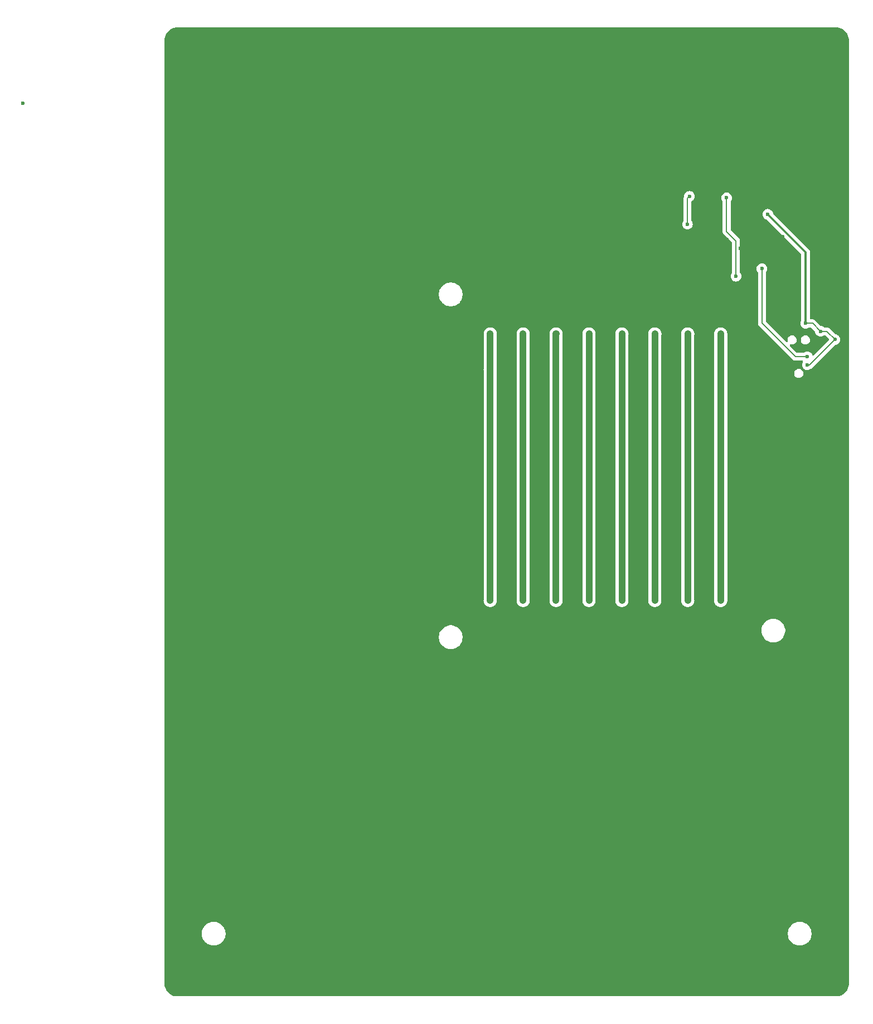
<source format=gbr>
%TF.GenerationSoftware,KiCad,Pcbnew,8.0.6*%
%TF.CreationDate,2024-10-30T01:37:24+00:00*%
%TF.ProjectId,Chirstmas-Card,43686972-7374-46d6-9173-2d436172642e,rev?*%
%TF.SameCoordinates,Original*%
%TF.FileFunction,Copper,L2,Bot*%
%TF.FilePolarity,Positive*%
%FSLAX46Y46*%
G04 Gerber Fmt 4.6, Leading zero omitted, Abs format (unit mm)*
G04 Created by KiCad (PCBNEW 8.0.6) date 2024-10-30 01:37:24*
%MOMM*%
%LPD*%
G01*
G04 APERTURE LIST*
%TA.AperFunction,ViaPad*%
%ADD10C,0.600000*%
%TD*%
%TA.AperFunction,ViaPad*%
%ADD11C,1.000000*%
%TD*%
%TA.AperFunction,Conductor*%
%ADD12C,0.200000*%
%TD*%
%TA.AperFunction,Conductor*%
%ADD13C,0.300000*%
%TD*%
%TA.AperFunction,Conductor*%
%ADD14C,1.000000*%
%TD*%
G04 APERTURE END LIST*
D10*
%TO.N,*%
X19000000Y-42000000D03*
%TO.N,GND*%
X93000000Y-175000000D03*
X92000000Y-33000000D03*
X43000000Y-100000000D03*
X142000000Y-175000000D03*
X43000000Y-175000000D03*
X43000000Y-33000000D03*
X142000000Y-33000000D03*
X142500000Y-73500000D03*
X140000000Y-73500000D03*
X127500000Y-75000000D03*
X122500000Y-75000000D03*
X117500000Y-75000000D03*
X112500000Y-75000000D03*
X107500000Y-75000000D03*
X102500000Y-75000000D03*
X97500000Y-75000000D03*
X92500000Y-75000000D03*
X127500000Y-112500000D03*
X127500000Y-107500000D03*
X127500000Y-102500000D03*
X127500000Y-97500000D03*
X127500000Y-92500000D03*
X127500000Y-87500000D03*
X127500000Y-82500000D03*
X142400000Y-84550000D03*
X140050000Y-84600000D03*
X142300000Y-101300000D03*
X140000000Y-101300000D03*
X142250000Y-138600000D03*
X140000000Y-138550000D03*
X135600000Y-154850000D03*
X137300000Y-156450000D03*
%TO.N,/BUZZER*%
X127325000Y-68250000D03*
X125900000Y-56350000D03*
%TO.N,GND*%
X119975000Y-61700000D03*
X122350000Y-57125000D03*
X125950000Y-62700000D03*
X127750000Y-61225000D03*
X127750000Y-57175000D03*
X127750000Y-58225000D03*
%TO.N,Net-(U1-CP1)*%
X120247500Y-56125000D03*
X119947500Y-60350000D03*
%TO.N,GND*%
X65700000Y-170250000D03*
X98175000Y-170250000D03*
X130675000Y-170250000D03*
X110775000Y-40450000D03*
X110775000Y-45600000D03*
X107950000Y-43000000D03*
%TO.N,VCC*%
X132150000Y-58850000D03*
%TO.N,/RESET*%
X131250000Y-67100000D03*
%TO.N,GND*%
X128000000Y-64000000D03*
X130600000Y-61725000D03*
X133400000Y-62275000D03*
X134400000Y-62275000D03*
X132750000Y-67100000D03*
X143250000Y-65675000D03*
X143250000Y-63200000D03*
X138150000Y-79150000D03*
%TO.N,/RESET*%
X138150000Y-80450000D03*
%TO.N,VCC*%
X138150000Y-81700000D03*
X142350000Y-77850000D03*
X140150000Y-76600000D03*
X137900000Y-75400000D03*
D11*
%TO.N,Net-(D15-A)*%
X90000000Y-77000000D03*
%TO.N,Net-(D16-A)*%
X95000000Y-77000000D03*
%TO.N,Net-(D1-A)*%
X100000000Y-77000000D03*
%TO.N,Net-(D10-A)*%
X105000000Y-77000000D03*
%TO.N,Net-(D11-A)*%
X110000000Y-77000000D03*
%TO.N,Net-(D12-A)*%
X115000000Y-77000000D03*
%TO.N,Net-(D13-A)*%
X120000000Y-77000000D03*
%TO.N,Net-(D14-A)*%
X125000000Y-77000000D03*
X124992913Y-117437501D03*
%TO.N,Net-(D13-A)*%
X119992913Y-117437501D03*
%TO.N,Net-(D12-A)*%
X114992913Y-117437501D03*
%TO.N,Net-(D11-A)*%
X109992913Y-117437501D03*
%TO.N,Net-(D10-A)*%
X104992913Y-117437501D03*
%TO.N,Net-(D1-A)*%
X99992913Y-117437501D03*
%TO.N,Net-(D16-A)*%
X94992913Y-117437501D03*
%TO.N,Net-(D15-A)*%
X89992913Y-117437501D03*
%TO.N,Net-(D14-A)*%
X124992913Y-112437501D03*
%TO.N,Net-(D13-A)*%
X119992913Y-112437501D03*
%TO.N,Net-(D12-A)*%
X114992913Y-112437501D03*
%TO.N,Net-(D11-A)*%
X109992913Y-112437501D03*
%TO.N,Net-(D10-A)*%
X104992913Y-112437501D03*
%TO.N,Net-(D1-A)*%
X99992913Y-112437501D03*
%TO.N,Net-(D16-A)*%
X94992913Y-112437501D03*
%TO.N,Net-(D15-A)*%
X89992913Y-112437501D03*
%TO.N,Net-(D14-A)*%
X124992913Y-107437501D03*
%TO.N,Net-(D13-A)*%
X119992913Y-107437501D03*
%TO.N,Net-(D12-A)*%
X114992913Y-107437501D03*
%TO.N,Net-(D11-A)*%
X109992913Y-107437501D03*
%TO.N,Net-(D10-A)*%
X104992913Y-107437501D03*
%TO.N,Net-(D1-A)*%
X99992913Y-107437501D03*
%TO.N,Net-(D16-A)*%
X94992913Y-107437501D03*
%TO.N,Net-(D15-A)*%
X89992913Y-107437501D03*
%TO.N,Net-(D14-A)*%
X124992913Y-102437501D03*
%TO.N,Net-(D13-A)*%
X119992913Y-102437501D03*
%TO.N,Net-(D12-A)*%
X114992913Y-102437501D03*
%TO.N,Net-(D11-A)*%
X109992913Y-102437501D03*
%TO.N,Net-(D10-A)*%
X104992913Y-102437501D03*
%TO.N,Net-(D1-A)*%
X99992913Y-102437501D03*
%TO.N,Net-(D16-A)*%
X94992913Y-102437501D03*
%TO.N,Net-(D15-A)*%
X89992913Y-102437501D03*
%TO.N,Net-(D14-A)*%
X124992913Y-97437501D03*
%TO.N,Net-(D13-A)*%
X119992913Y-97437501D03*
%TO.N,Net-(D12-A)*%
X114992913Y-97437501D03*
%TO.N,Net-(D11-A)*%
X109992913Y-97437501D03*
%TO.N,Net-(D10-A)*%
X104992913Y-97437501D03*
%TO.N,Net-(D1-A)*%
X99992913Y-97437501D03*
%TO.N,Net-(D16-A)*%
X94992913Y-97437501D03*
%TO.N,Net-(D15-A)*%
X89992913Y-97437501D03*
%TO.N,Net-(D14-A)*%
X124992913Y-92437501D03*
%TO.N,Net-(D13-A)*%
X119992913Y-92437501D03*
%TO.N,Net-(D12-A)*%
X114992913Y-92437501D03*
%TO.N,Net-(D11-A)*%
X109992913Y-92437501D03*
%TO.N,Net-(D10-A)*%
X104992913Y-92437501D03*
%TO.N,Net-(D1-A)*%
X99992913Y-92437501D03*
%TO.N,Net-(D16-A)*%
X94992913Y-92437501D03*
%TO.N,Net-(D15-A)*%
X89992913Y-92437501D03*
%TO.N,Net-(D14-A)*%
X124992913Y-87437501D03*
%TO.N,Net-(D13-A)*%
X119992913Y-87437501D03*
%TO.N,Net-(D12-A)*%
X114992913Y-87437501D03*
%TO.N,Net-(D11-A)*%
X109992913Y-87437501D03*
%TO.N,Net-(D10-A)*%
X104992913Y-87437501D03*
%TO.N,Net-(D1-A)*%
X99992913Y-87437501D03*
%TO.N,Net-(D16-A)*%
X94992913Y-87437501D03*
%TO.N,Net-(D15-A)*%
X89992913Y-87437501D03*
%TO.N,Net-(D14-A)*%
X124992913Y-82437501D03*
%TO.N,Net-(D13-A)*%
X119992913Y-82437501D03*
%TO.N,Net-(D12-A)*%
X114992913Y-82437501D03*
%TO.N,Net-(D11-A)*%
X109992913Y-82437501D03*
%TO.N,Net-(D10-A)*%
X104992913Y-82437501D03*
%TO.N,Net-(D1-A)*%
X99992913Y-82437501D03*
%TO.N,Net-(D16-A)*%
X94992913Y-82437501D03*
%TO.N,Net-(D15-A)*%
X89992913Y-82437501D03*
%TD*%
D12*
%TO.N,/BUZZER*%
X127325000Y-68250000D02*
X127325000Y-62900000D01*
X125900000Y-61475000D02*
X125900000Y-56350000D01*
X127325000Y-62900000D02*
X125900000Y-61475000D01*
%TO.N,Net-(U1-CP1)*%
X120247500Y-56125000D02*
X119947500Y-56425000D01*
X119947500Y-56425000D02*
X119947500Y-60350000D01*
%TO.N,/RESET*%
X131250000Y-67100000D02*
X131250000Y-75350000D01*
X131250000Y-75350000D02*
X136350000Y-80450000D01*
X136350000Y-80450000D02*
X138150000Y-80450000D01*
D13*
%TO.N,VCC*%
X137900000Y-64600000D02*
X132150000Y-58850000D01*
X137900000Y-75400000D02*
X137900000Y-64600000D01*
D12*
X138150000Y-81700000D02*
X138500000Y-81700000D01*
X138500000Y-81700000D02*
X142350000Y-77850000D01*
X140150000Y-76600000D02*
X138950000Y-75400000D01*
X138950000Y-75400000D02*
X137900000Y-75400000D01*
X142350000Y-77850000D02*
X141100000Y-76600000D01*
X141100000Y-76600000D02*
X140150000Y-76600000D01*
D14*
%TO.N,Net-(D15-A)*%
X89992913Y-82437501D02*
X89992913Y-77000000D01*
X89992913Y-77000000D02*
X90000000Y-77000000D01*
%TO.N,Net-(D16-A)*%
X94992913Y-82437501D02*
X94992913Y-77000000D01*
X94992913Y-77000000D02*
X95000000Y-77000000D01*
%TO.N,Net-(D1-A)*%
X99992913Y-82437501D02*
X99992913Y-77000000D01*
X99992913Y-77000000D02*
X100000000Y-77000000D01*
%TO.N,Net-(D10-A)*%
X104992913Y-82437501D02*
X104992913Y-77000000D01*
X104992913Y-77000000D02*
X105000000Y-77000000D01*
%TO.N,Net-(D11-A)*%
X109992913Y-82437501D02*
X109992913Y-77000000D01*
X109992913Y-77000000D02*
X110000000Y-77000000D01*
%TO.N,Net-(D12-A)*%
X114992913Y-82437501D02*
X114992913Y-77000000D01*
X114992913Y-77000000D02*
X115000000Y-77000000D01*
%TO.N,Net-(D13-A)*%
X119992913Y-82437501D02*
X119992913Y-77000000D01*
X119992913Y-77000000D02*
X120000000Y-77000000D01*
%TO.N,Net-(D14-A)*%
X125000000Y-77000000D02*
X125000000Y-82437501D01*
X125000000Y-82437501D02*
X124992913Y-82437501D01*
%TO.N,Net-(D15-A)*%
X89992913Y-117437501D02*
X89992913Y-82437501D01*
%TO.N,Net-(D16-A)*%
X94992913Y-82437501D02*
X94992913Y-117437501D01*
%TO.N,Net-(D1-A)*%
X99992913Y-117437501D02*
X99992913Y-82437501D01*
%TO.N,Net-(D10-A)*%
X104992913Y-82437501D02*
X104992913Y-117437501D01*
%TO.N,Net-(D11-A)*%
X109992913Y-117437501D02*
X109992913Y-82437501D01*
%TO.N,Net-(D12-A)*%
X114992913Y-82437501D02*
X114992913Y-117437501D01*
%TO.N,Net-(D13-A)*%
X119992913Y-117437501D02*
X119992913Y-82437501D01*
%TO.N,Net-(D14-A)*%
X124992913Y-82437501D02*
X124992913Y-117437501D01*
%TD*%
%TA.AperFunction,Conductor*%
%TO.N,GND*%
G36*
X142504043Y-30500765D02*
G01*
X142752895Y-30517075D01*
X142768953Y-30519190D01*
X142976105Y-30560395D01*
X143009535Y-30567045D01*
X143025202Y-30571243D01*
X143194947Y-30628863D01*
X143257481Y-30650091D01*
X143272458Y-30656294D01*
X143481799Y-30759529D01*
X143492460Y-30764787D01*
X143506508Y-30772897D01*
X143710464Y-30909177D01*
X143723328Y-30919048D01*
X143907749Y-31080781D01*
X143919218Y-31092250D01*
X144080951Y-31276671D01*
X144090825Y-31289539D01*
X144227102Y-31493492D01*
X144235212Y-31507539D01*
X144343702Y-31727534D01*
X144349909Y-31742520D01*
X144428756Y-31974797D01*
X144432954Y-31990464D01*
X144480807Y-32231035D01*
X144482925Y-32247116D01*
X144499235Y-32495956D01*
X144499500Y-32504066D01*
X144499500Y-175495933D01*
X144499235Y-175504043D01*
X144482925Y-175752883D01*
X144480807Y-175768964D01*
X144432954Y-176009535D01*
X144428756Y-176025202D01*
X144349909Y-176257479D01*
X144343702Y-176272465D01*
X144235212Y-176492460D01*
X144227102Y-176506507D01*
X144090825Y-176710460D01*
X144080951Y-176723328D01*
X143919218Y-176907749D01*
X143907749Y-176919218D01*
X143723328Y-177080951D01*
X143710460Y-177090825D01*
X143506507Y-177227102D01*
X143492460Y-177235212D01*
X143272465Y-177343702D01*
X143257479Y-177349909D01*
X143025202Y-177428756D01*
X143009535Y-177432954D01*
X142768964Y-177480807D01*
X142752883Y-177482925D01*
X142504043Y-177499235D01*
X142495933Y-177499500D01*
X42504067Y-177499500D01*
X42495957Y-177499235D01*
X42247116Y-177482925D01*
X42231035Y-177480807D01*
X41990464Y-177432954D01*
X41974797Y-177428756D01*
X41742520Y-177349909D01*
X41727534Y-177343702D01*
X41507539Y-177235212D01*
X41493492Y-177227102D01*
X41289539Y-177090825D01*
X41276671Y-177080951D01*
X41092250Y-176919218D01*
X41080781Y-176907749D01*
X40919048Y-176723328D01*
X40909174Y-176710460D01*
X40772897Y-176506507D01*
X40764787Y-176492460D01*
X40658855Y-176277652D01*
X40656294Y-176272458D01*
X40650090Y-176257479D01*
X40571243Y-176025202D01*
X40567045Y-176009535D01*
X40559186Y-175970026D01*
X40519190Y-175768953D01*
X40517075Y-175752895D01*
X40500765Y-175504043D01*
X40500500Y-175495933D01*
X40500500Y-167881995D01*
X46199500Y-167881995D01*
X46199500Y-168118004D01*
X46199501Y-168118020D01*
X46230306Y-168352010D01*
X46291394Y-168579993D01*
X46381714Y-168798045D01*
X46381719Y-168798056D01*
X46452677Y-168920957D01*
X46499727Y-169002450D01*
X46499729Y-169002453D01*
X46499730Y-169002454D01*
X46643406Y-169189697D01*
X46643412Y-169189704D01*
X46810295Y-169356587D01*
X46810301Y-169356592D01*
X46997550Y-169500273D01*
X47128918Y-169576118D01*
X47201943Y-169618280D01*
X47201948Y-169618282D01*
X47201951Y-169618284D01*
X47420007Y-169708606D01*
X47647986Y-169769693D01*
X47881989Y-169800500D01*
X47881996Y-169800500D01*
X48118004Y-169800500D01*
X48118011Y-169800500D01*
X48352014Y-169769693D01*
X48579993Y-169708606D01*
X48798049Y-169618284D01*
X49002450Y-169500273D01*
X49189699Y-169356592D01*
X49356592Y-169189699D01*
X49500273Y-169002450D01*
X49618284Y-168798049D01*
X49708606Y-168579993D01*
X49769693Y-168352014D01*
X49800500Y-168118011D01*
X49800500Y-167881995D01*
X135199500Y-167881995D01*
X135199500Y-168118004D01*
X135199501Y-168118020D01*
X135230306Y-168352010D01*
X135291394Y-168579993D01*
X135381714Y-168798045D01*
X135381719Y-168798056D01*
X135452677Y-168920957D01*
X135499727Y-169002450D01*
X135499729Y-169002453D01*
X135499730Y-169002454D01*
X135643406Y-169189697D01*
X135643412Y-169189704D01*
X135810295Y-169356587D01*
X135810301Y-169356592D01*
X135997550Y-169500273D01*
X136128918Y-169576118D01*
X136201943Y-169618280D01*
X136201948Y-169618282D01*
X136201951Y-169618284D01*
X136420007Y-169708606D01*
X136647986Y-169769693D01*
X136881989Y-169800500D01*
X136881996Y-169800500D01*
X137118004Y-169800500D01*
X137118011Y-169800500D01*
X137352014Y-169769693D01*
X137579993Y-169708606D01*
X137798049Y-169618284D01*
X138002450Y-169500273D01*
X138189699Y-169356592D01*
X138356592Y-169189699D01*
X138500273Y-169002450D01*
X138618284Y-168798049D01*
X138708606Y-168579993D01*
X138769693Y-168352014D01*
X138800500Y-168118011D01*
X138800500Y-167881989D01*
X138769693Y-167647986D01*
X138708606Y-167420007D01*
X138618284Y-167201951D01*
X138618282Y-167201948D01*
X138618280Y-167201943D01*
X138576118Y-167128918D01*
X138500273Y-166997550D01*
X138356592Y-166810301D01*
X138356587Y-166810295D01*
X138189704Y-166643412D01*
X138189697Y-166643406D01*
X138002454Y-166499730D01*
X138002453Y-166499729D01*
X138002450Y-166499727D01*
X137920957Y-166452677D01*
X137798056Y-166381719D01*
X137798045Y-166381714D01*
X137579993Y-166291394D01*
X137352010Y-166230306D01*
X137118020Y-166199501D01*
X137118017Y-166199500D01*
X137118011Y-166199500D01*
X136881989Y-166199500D01*
X136881983Y-166199500D01*
X136881979Y-166199501D01*
X136647989Y-166230306D01*
X136420006Y-166291394D01*
X136201954Y-166381714D01*
X136201943Y-166381719D01*
X135997545Y-166499730D01*
X135810302Y-166643406D01*
X135810295Y-166643412D01*
X135643412Y-166810295D01*
X135643406Y-166810302D01*
X135499730Y-166997545D01*
X135381719Y-167201943D01*
X135381714Y-167201954D01*
X135291394Y-167420006D01*
X135230306Y-167647989D01*
X135199501Y-167881979D01*
X135199500Y-167881995D01*
X49800500Y-167881995D01*
X49800500Y-167881989D01*
X49769693Y-167647986D01*
X49708606Y-167420007D01*
X49618284Y-167201951D01*
X49618282Y-167201948D01*
X49618280Y-167201943D01*
X49576118Y-167128918D01*
X49500273Y-166997550D01*
X49356592Y-166810301D01*
X49356587Y-166810295D01*
X49189704Y-166643412D01*
X49189697Y-166643406D01*
X49002454Y-166499730D01*
X49002453Y-166499729D01*
X49002450Y-166499727D01*
X48920957Y-166452677D01*
X48798056Y-166381719D01*
X48798045Y-166381714D01*
X48579993Y-166291394D01*
X48352010Y-166230306D01*
X48118020Y-166199501D01*
X48118017Y-166199500D01*
X48118011Y-166199500D01*
X47881989Y-166199500D01*
X47881983Y-166199500D01*
X47881979Y-166199501D01*
X47647989Y-166230306D01*
X47420006Y-166291394D01*
X47201954Y-166381714D01*
X47201943Y-166381719D01*
X46997545Y-166499730D01*
X46810302Y-166643406D01*
X46810295Y-166643412D01*
X46643412Y-166810295D01*
X46643406Y-166810302D01*
X46499730Y-166997545D01*
X46381719Y-167201943D01*
X46381714Y-167201954D01*
X46291394Y-167420006D01*
X46230306Y-167647989D01*
X46199501Y-167881979D01*
X46199500Y-167881995D01*
X40500500Y-167881995D01*
X40500500Y-122881995D01*
X82199500Y-122881995D01*
X82199500Y-123118004D01*
X82199501Y-123118020D01*
X82230306Y-123352010D01*
X82291394Y-123579993D01*
X82381714Y-123798045D01*
X82381719Y-123798056D01*
X82452677Y-123920957D01*
X82499727Y-124002450D01*
X82499729Y-124002453D01*
X82499730Y-124002454D01*
X82643406Y-124189697D01*
X82643412Y-124189704D01*
X82810295Y-124356587D01*
X82810301Y-124356592D01*
X82997550Y-124500273D01*
X83128918Y-124576118D01*
X83201943Y-124618280D01*
X83201948Y-124618282D01*
X83201951Y-124618284D01*
X83420007Y-124708606D01*
X83647986Y-124769693D01*
X83881989Y-124800500D01*
X83881996Y-124800500D01*
X84118004Y-124800500D01*
X84118011Y-124800500D01*
X84352014Y-124769693D01*
X84579993Y-124708606D01*
X84798049Y-124618284D01*
X85002450Y-124500273D01*
X85189699Y-124356592D01*
X85356592Y-124189699D01*
X85500273Y-124002450D01*
X85618284Y-123798049D01*
X85708606Y-123579993D01*
X85769693Y-123352014D01*
X85800500Y-123118011D01*
X85800500Y-122881989D01*
X85769693Y-122647986D01*
X85708606Y-122420007D01*
X85618284Y-122201951D01*
X85618282Y-122201948D01*
X85618280Y-122201943D01*
X85569817Y-122118004D01*
X85500273Y-121997550D01*
X85411600Y-121881989D01*
X131199500Y-121881989D01*
X131199500Y-122118011D01*
X131230307Y-122352014D01*
X131248526Y-122420007D01*
X131291394Y-122579993D01*
X131381714Y-122798045D01*
X131381719Y-122798056D01*
X131430182Y-122881995D01*
X131499727Y-123002450D01*
X131499729Y-123002453D01*
X131499730Y-123002454D01*
X131643406Y-123189697D01*
X131643412Y-123189704D01*
X131810295Y-123356587D01*
X131810301Y-123356592D01*
X131997550Y-123500273D01*
X132128918Y-123576118D01*
X132201943Y-123618280D01*
X132201948Y-123618282D01*
X132201951Y-123618284D01*
X132420007Y-123708606D01*
X132647986Y-123769693D01*
X132881989Y-123800500D01*
X132881996Y-123800500D01*
X133118004Y-123800500D01*
X133118011Y-123800500D01*
X133352014Y-123769693D01*
X133579993Y-123708606D01*
X133798049Y-123618284D01*
X134002450Y-123500273D01*
X134189699Y-123356592D01*
X134356592Y-123189699D01*
X134500273Y-123002450D01*
X134618284Y-122798049D01*
X134708606Y-122579993D01*
X134769693Y-122352014D01*
X134800500Y-122118011D01*
X134800500Y-121881989D01*
X134769693Y-121647986D01*
X134708606Y-121420007D01*
X134618284Y-121201951D01*
X134618282Y-121201948D01*
X134618280Y-121201943D01*
X134576118Y-121128918D01*
X134500273Y-120997550D01*
X134356592Y-120810301D01*
X134356587Y-120810295D01*
X134189704Y-120643412D01*
X134189697Y-120643406D01*
X134002454Y-120499730D01*
X134002453Y-120499729D01*
X134002450Y-120499727D01*
X133920957Y-120452677D01*
X133798056Y-120381719D01*
X133798045Y-120381714D01*
X133579993Y-120291394D01*
X133352010Y-120230306D01*
X133118020Y-120199501D01*
X133118017Y-120199500D01*
X133118011Y-120199500D01*
X132881989Y-120199500D01*
X132881983Y-120199500D01*
X132881979Y-120199501D01*
X132647989Y-120230306D01*
X132420006Y-120291394D01*
X132201954Y-120381714D01*
X132201943Y-120381719D01*
X131997545Y-120499730D01*
X131810302Y-120643406D01*
X131810295Y-120643412D01*
X131643412Y-120810295D01*
X131643406Y-120810302D01*
X131499730Y-120997545D01*
X131381719Y-121201943D01*
X131381714Y-121201954D01*
X131291394Y-121420006D01*
X131230306Y-121647989D01*
X131199501Y-121881979D01*
X131199500Y-121881989D01*
X85411600Y-121881989D01*
X85356592Y-121810301D01*
X85356587Y-121810295D01*
X85189704Y-121643412D01*
X85189697Y-121643406D01*
X85002454Y-121499730D01*
X85002453Y-121499729D01*
X85002450Y-121499727D01*
X84920957Y-121452677D01*
X84798056Y-121381719D01*
X84798045Y-121381714D01*
X84579993Y-121291394D01*
X84352010Y-121230306D01*
X84118020Y-121199501D01*
X84118017Y-121199500D01*
X84118011Y-121199500D01*
X83881989Y-121199500D01*
X83881983Y-121199500D01*
X83881979Y-121199501D01*
X83647989Y-121230306D01*
X83420006Y-121291394D01*
X83201954Y-121381714D01*
X83201943Y-121381719D01*
X82997545Y-121499730D01*
X82810302Y-121643406D01*
X82810295Y-121643412D01*
X82643412Y-121810295D01*
X82643406Y-121810302D01*
X82499730Y-121997545D01*
X82381719Y-122201943D01*
X82381714Y-122201954D01*
X82291394Y-122420006D01*
X82230306Y-122647989D01*
X82199501Y-122881979D01*
X82199500Y-122881995D01*
X40500500Y-122881995D01*
X40500500Y-82437501D01*
X88987572Y-82437501D01*
X88988758Y-82449539D01*
X88991816Y-82480591D01*
X88992413Y-82492745D01*
X88992413Y-87382255D01*
X88991816Y-87394408D01*
X88987572Y-87437500D01*
X88991816Y-87480591D01*
X88992413Y-87492745D01*
X88992413Y-92382255D01*
X88991816Y-92394408D01*
X88987572Y-92437500D01*
X88991816Y-92480591D01*
X88992413Y-92492745D01*
X88992413Y-97382255D01*
X88991816Y-97394408D01*
X88987572Y-97437500D01*
X88991816Y-97480591D01*
X88992413Y-97492745D01*
X88992413Y-102382255D01*
X88991816Y-102394408D01*
X88987572Y-102437500D01*
X88991816Y-102480591D01*
X88992413Y-102492745D01*
X88992413Y-107382255D01*
X88991816Y-107394408D01*
X88987572Y-107437500D01*
X88991816Y-107480591D01*
X88992413Y-107492745D01*
X88992413Y-112382255D01*
X88991816Y-112394408D01*
X88987572Y-112437500D01*
X88991816Y-112480591D01*
X88992413Y-112492745D01*
X88992413Y-117382255D01*
X88991816Y-117394408D01*
X88987572Y-117437500D01*
X88991816Y-117480591D01*
X88992413Y-117492745D01*
X88992413Y-117536045D01*
X89000858Y-117578507D01*
X89002643Y-117590536D01*
X89006888Y-117633631D01*
X89006889Y-117633635D01*
X89019460Y-117675076D01*
X89022416Y-117686879D01*
X89030859Y-117729328D01*
X89030861Y-117729335D01*
X89047430Y-117769335D01*
X89051525Y-117780778D01*
X89064099Y-117822227D01*
X89064100Y-117822230D01*
X89084510Y-117860414D01*
X89089713Y-117871416D01*
X89106281Y-117911415D01*
X89106283Y-117911419D01*
X89130338Y-117947419D01*
X89136591Y-117957851D01*
X89147861Y-117978937D01*
X89157001Y-117996036D01*
X89157007Y-117996044D01*
X89184465Y-118029503D01*
X89191712Y-118039273D01*
X89215773Y-118075282D01*
X89215775Y-118075284D01*
X89215778Y-118075288D01*
X89246392Y-118105902D01*
X89254564Y-118114917D01*
X89282030Y-118148384D01*
X89315492Y-118175846D01*
X89315494Y-118175847D01*
X89324512Y-118184021D01*
X89355127Y-118214637D01*
X89355130Y-118214639D01*
X89355131Y-118214640D01*
X89391130Y-118238694D01*
X89391132Y-118238695D01*
X89400901Y-118245939D01*
X89434375Y-118273411D01*
X89472553Y-118293817D01*
X89482991Y-118300073D01*
X89490812Y-118305298D01*
X89518999Y-118324133D01*
X89559008Y-118340704D01*
X89570004Y-118345905D01*
X89608186Y-118366315D01*
X89649623Y-118378884D01*
X89661073Y-118382981D01*
X89701078Y-118399552D01*
X89743553Y-118408000D01*
X89755327Y-118410949D01*
X89796781Y-118423525D01*
X89839877Y-118427769D01*
X89851903Y-118429553D01*
X89882393Y-118435618D01*
X89894371Y-118438001D01*
X89894372Y-118438001D01*
X89937669Y-118438001D01*
X89949822Y-118438597D01*
X89992913Y-118442842D01*
X90036003Y-118438597D01*
X90048157Y-118438001D01*
X90091455Y-118438001D01*
X90107367Y-118434835D01*
X90133918Y-118429554D01*
X90145950Y-118427769D01*
X90189045Y-118423525D01*
X90230493Y-118410951D01*
X90242266Y-118408001D01*
X90284748Y-118399552D01*
X90324760Y-118382977D01*
X90336193Y-118378887D01*
X90377640Y-118366315D01*
X90415831Y-118345900D01*
X90426823Y-118340702D01*
X90466827Y-118324133D01*
X90502851Y-118300061D01*
X90513264Y-118293821D01*
X90539504Y-118279796D01*
X90551448Y-118273413D01*
X90551452Y-118273410D01*
X90584918Y-118245945D01*
X90594695Y-118238694D01*
X90630694Y-118214641D01*
X90630696Y-118214639D01*
X90630698Y-118214637D01*
X90661321Y-118184013D01*
X90670315Y-118175860D01*
X90703796Y-118148384D01*
X90731272Y-118114903D01*
X90739425Y-118105909D01*
X90770052Y-118075283D01*
X90794113Y-118039273D01*
X90801357Y-118029506D01*
X90828822Y-117996040D01*
X90828825Y-117996036D01*
X90835208Y-117984092D01*
X90849233Y-117957852D01*
X90855473Y-117947439D01*
X90879545Y-117911415D01*
X90896115Y-117871407D01*
X90901315Y-117860414D01*
X90921727Y-117822228D01*
X90934299Y-117780781D01*
X90938389Y-117769348D01*
X90954964Y-117729336D01*
X90963413Y-117686854D01*
X90966363Y-117675081D01*
X90978937Y-117633633D01*
X90983181Y-117590538D01*
X90984967Y-117578500D01*
X90993413Y-117536042D01*
X90993413Y-117492745D01*
X90994010Y-117480591D01*
X90998254Y-117437501D01*
X90994010Y-117394408D01*
X90993413Y-117382255D01*
X90993413Y-112492745D01*
X90994010Y-112480591D01*
X90998254Y-112437501D01*
X90994010Y-112394408D01*
X90993413Y-112382255D01*
X90993413Y-107492745D01*
X90994010Y-107480591D01*
X90998254Y-107437501D01*
X90994010Y-107394408D01*
X90993413Y-107382255D01*
X90993413Y-102492745D01*
X90994010Y-102480591D01*
X90998254Y-102437501D01*
X90994010Y-102394408D01*
X90993413Y-102382255D01*
X90993413Y-97492745D01*
X90994010Y-97480591D01*
X90998254Y-97437501D01*
X90994010Y-97394408D01*
X90993413Y-97382255D01*
X90993413Y-92492745D01*
X90994010Y-92480591D01*
X90998254Y-92437501D01*
X90994010Y-92394408D01*
X90993413Y-92382255D01*
X90993413Y-87492745D01*
X90994010Y-87480591D01*
X90998254Y-87437501D01*
X90994010Y-87394408D01*
X90993413Y-87382255D01*
X90993413Y-82492745D01*
X90994010Y-82480591D01*
X90997068Y-82449539D01*
X90998254Y-82437501D01*
X93987572Y-82437501D01*
X93988758Y-82449539D01*
X93991816Y-82480591D01*
X93992413Y-82492745D01*
X93992413Y-87382255D01*
X93991816Y-87394408D01*
X93987572Y-87437500D01*
X93991816Y-87480591D01*
X93992413Y-87492745D01*
X93992413Y-92382255D01*
X93991816Y-92394408D01*
X93987572Y-92437500D01*
X93991816Y-92480591D01*
X93992413Y-92492745D01*
X93992413Y-97382255D01*
X93991816Y-97394408D01*
X93987572Y-97437500D01*
X93991816Y-97480591D01*
X93992413Y-97492745D01*
X93992413Y-102382255D01*
X93991816Y-102394408D01*
X93987572Y-102437500D01*
X93991816Y-102480591D01*
X93992413Y-102492745D01*
X93992413Y-107382255D01*
X93991816Y-107394408D01*
X93987572Y-107437500D01*
X93991816Y-107480591D01*
X93992413Y-107492745D01*
X93992413Y-112382255D01*
X93991816Y-112394408D01*
X93987572Y-112437500D01*
X93991816Y-112480591D01*
X93992413Y-112492745D01*
X93992413Y-117382255D01*
X93991816Y-117394408D01*
X93987572Y-117437500D01*
X93991816Y-117480591D01*
X93992413Y-117492745D01*
X93992413Y-117536045D01*
X94000858Y-117578507D01*
X94002643Y-117590536D01*
X94006888Y-117633631D01*
X94006889Y-117633635D01*
X94019460Y-117675076D01*
X94022416Y-117686879D01*
X94030859Y-117729328D01*
X94030861Y-117729335D01*
X94047430Y-117769335D01*
X94051525Y-117780778D01*
X94064099Y-117822227D01*
X94064100Y-117822230D01*
X94084510Y-117860414D01*
X94089713Y-117871416D01*
X94106281Y-117911415D01*
X94106283Y-117911419D01*
X94130338Y-117947419D01*
X94136591Y-117957851D01*
X94147861Y-117978937D01*
X94157001Y-117996036D01*
X94157007Y-117996044D01*
X94184465Y-118029503D01*
X94191712Y-118039273D01*
X94215773Y-118075282D01*
X94215775Y-118075284D01*
X94215778Y-118075288D01*
X94246392Y-118105902D01*
X94254564Y-118114917D01*
X94282030Y-118148384D01*
X94315492Y-118175846D01*
X94315494Y-118175847D01*
X94324512Y-118184021D01*
X94355127Y-118214637D01*
X94355130Y-118214639D01*
X94355131Y-118214640D01*
X94391130Y-118238694D01*
X94391132Y-118238695D01*
X94400901Y-118245939D01*
X94434375Y-118273411D01*
X94472553Y-118293817D01*
X94482991Y-118300073D01*
X94490812Y-118305298D01*
X94518999Y-118324133D01*
X94559008Y-118340704D01*
X94570004Y-118345905D01*
X94608186Y-118366315D01*
X94649623Y-118378884D01*
X94661073Y-118382981D01*
X94701078Y-118399552D01*
X94743553Y-118408000D01*
X94755327Y-118410949D01*
X94796781Y-118423525D01*
X94839877Y-118427769D01*
X94851903Y-118429553D01*
X94882393Y-118435618D01*
X94894371Y-118438001D01*
X94894372Y-118438001D01*
X94937669Y-118438001D01*
X94949822Y-118438597D01*
X94992913Y-118442842D01*
X95036003Y-118438597D01*
X95048157Y-118438001D01*
X95091455Y-118438001D01*
X95107367Y-118434835D01*
X95133918Y-118429554D01*
X95145950Y-118427769D01*
X95189045Y-118423525D01*
X95230493Y-118410951D01*
X95242266Y-118408001D01*
X95284748Y-118399552D01*
X95324760Y-118382977D01*
X95336193Y-118378887D01*
X95377640Y-118366315D01*
X95415831Y-118345900D01*
X95426823Y-118340702D01*
X95466827Y-118324133D01*
X95502851Y-118300061D01*
X95513264Y-118293821D01*
X95539504Y-118279796D01*
X95551448Y-118273413D01*
X95551452Y-118273410D01*
X95584918Y-118245945D01*
X95594695Y-118238694D01*
X95630694Y-118214641D01*
X95630696Y-118214639D01*
X95630698Y-118214637D01*
X95661321Y-118184013D01*
X95670315Y-118175860D01*
X95703796Y-118148384D01*
X95731272Y-118114903D01*
X95739425Y-118105909D01*
X95770052Y-118075283D01*
X95794113Y-118039273D01*
X95801357Y-118029506D01*
X95828822Y-117996040D01*
X95828825Y-117996036D01*
X95835208Y-117984092D01*
X95849233Y-117957852D01*
X95855473Y-117947439D01*
X95879545Y-117911415D01*
X95896115Y-117871407D01*
X95901315Y-117860414D01*
X95921727Y-117822228D01*
X95934299Y-117780781D01*
X95938389Y-117769348D01*
X95954964Y-117729336D01*
X95963413Y-117686854D01*
X95966363Y-117675081D01*
X95978937Y-117633633D01*
X95983181Y-117590538D01*
X95984967Y-117578500D01*
X95993413Y-117536042D01*
X95993413Y-117492745D01*
X95994010Y-117480591D01*
X95998254Y-117437501D01*
X95994010Y-117394408D01*
X95993413Y-117382255D01*
X95993413Y-112492745D01*
X95994010Y-112480591D01*
X95998254Y-112437501D01*
X95994010Y-112394408D01*
X95993413Y-112382255D01*
X95993413Y-107492745D01*
X95994010Y-107480591D01*
X95998254Y-107437501D01*
X95994010Y-107394408D01*
X95993413Y-107382255D01*
X95993413Y-102492745D01*
X95994010Y-102480591D01*
X95998254Y-102437501D01*
X95994010Y-102394408D01*
X95993413Y-102382255D01*
X95993413Y-97492745D01*
X95994010Y-97480591D01*
X95998254Y-97437501D01*
X95994010Y-97394408D01*
X95993413Y-97382255D01*
X95993413Y-92492745D01*
X95994010Y-92480591D01*
X95998254Y-92437501D01*
X95994010Y-92394408D01*
X95993413Y-92382255D01*
X95993413Y-87492745D01*
X95994010Y-87480591D01*
X95998254Y-87437501D01*
X95994010Y-87394408D01*
X95993413Y-87382255D01*
X95993413Y-82492745D01*
X95994010Y-82480591D01*
X95997068Y-82449539D01*
X95998254Y-82437501D01*
X98987572Y-82437501D01*
X98988758Y-82449539D01*
X98991816Y-82480591D01*
X98992413Y-82492745D01*
X98992413Y-87382255D01*
X98991816Y-87394408D01*
X98987572Y-87437500D01*
X98991816Y-87480591D01*
X98992413Y-87492745D01*
X98992413Y-92382255D01*
X98991816Y-92394408D01*
X98987572Y-92437500D01*
X98991816Y-92480591D01*
X98992413Y-92492745D01*
X98992413Y-97382255D01*
X98991816Y-97394408D01*
X98987572Y-97437500D01*
X98991816Y-97480591D01*
X98992413Y-97492745D01*
X98992413Y-102382255D01*
X98991816Y-102394408D01*
X98987572Y-102437500D01*
X98991816Y-102480591D01*
X98992413Y-102492745D01*
X98992413Y-107382255D01*
X98991816Y-107394408D01*
X98987572Y-107437500D01*
X98991816Y-107480591D01*
X98992413Y-107492745D01*
X98992413Y-112382255D01*
X98991816Y-112394408D01*
X98987572Y-112437500D01*
X98991816Y-112480591D01*
X98992413Y-112492745D01*
X98992413Y-117382255D01*
X98991816Y-117394408D01*
X98987572Y-117437500D01*
X98991816Y-117480591D01*
X98992413Y-117492745D01*
X98992413Y-117536045D01*
X99000858Y-117578507D01*
X99002643Y-117590536D01*
X99006888Y-117633631D01*
X99006889Y-117633635D01*
X99019460Y-117675076D01*
X99022416Y-117686879D01*
X99030859Y-117729328D01*
X99030861Y-117729335D01*
X99047430Y-117769335D01*
X99051525Y-117780778D01*
X99064099Y-117822227D01*
X99064100Y-117822230D01*
X99084510Y-117860414D01*
X99089713Y-117871416D01*
X99106281Y-117911415D01*
X99106283Y-117911419D01*
X99130338Y-117947419D01*
X99136591Y-117957851D01*
X99147861Y-117978937D01*
X99157001Y-117996036D01*
X99157007Y-117996044D01*
X99184465Y-118029503D01*
X99191712Y-118039273D01*
X99215773Y-118075282D01*
X99215775Y-118075284D01*
X99215778Y-118075288D01*
X99246392Y-118105902D01*
X99254564Y-118114917D01*
X99282030Y-118148384D01*
X99315492Y-118175846D01*
X99315494Y-118175847D01*
X99324512Y-118184021D01*
X99355127Y-118214637D01*
X99355130Y-118214639D01*
X99355131Y-118214640D01*
X99391130Y-118238694D01*
X99391132Y-118238695D01*
X99400901Y-118245939D01*
X99434375Y-118273411D01*
X99472553Y-118293817D01*
X99482991Y-118300073D01*
X99490812Y-118305298D01*
X99518999Y-118324133D01*
X99559008Y-118340704D01*
X99570004Y-118345905D01*
X99608186Y-118366315D01*
X99649623Y-118378884D01*
X99661073Y-118382981D01*
X99701078Y-118399552D01*
X99743553Y-118408000D01*
X99755327Y-118410949D01*
X99796781Y-118423525D01*
X99839877Y-118427769D01*
X99851903Y-118429553D01*
X99882393Y-118435618D01*
X99894371Y-118438001D01*
X99894372Y-118438001D01*
X99937669Y-118438001D01*
X99949822Y-118438597D01*
X99992913Y-118442842D01*
X100036003Y-118438597D01*
X100048157Y-118438001D01*
X100091455Y-118438001D01*
X100107367Y-118434835D01*
X100133918Y-118429554D01*
X100145950Y-118427769D01*
X100189045Y-118423525D01*
X100230493Y-118410951D01*
X100242266Y-118408001D01*
X100284748Y-118399552D01*
X100324760Y-118382977D01*
X100336193Y-118378887D01*
X100377640Y-118366315D01*
X100415831Y-118345900D01*
X100426823Y-118340702D01*
X100466827Y-118324133D01*
X100502851Y-118300061D01*
X100513264Y-118293821D01*
X100539504Y-118279796D01*
X100551448Y-118273413D01*
X100551452Y-118273410D01*
X100584918Y-118245945D01*
X100594695Y-118238694D01*
X100630694Y-118214641D01*
X100630696Y-118214639D01*
X100630698Y-118214637D01*
X100661321Y-118184013D01*
X100670315Y-118175860D01*
X100703796Y-118148384D01*
X100731272Y-118114903D01*
X100739425Y-118105909D01*
X100770052Y-118075283D01*
X100794113Y-118039273D01*
X100801357Y-118029506D01*
X100828822Y-117996040D01*
X100828825Y-117996036D01*
X100835208Y-117984092D01*
X100849233Y-117957852D01*
X100855473Y-117947439D01*
X100879545Y-117911415D01*
X100896115Y-117871407D01*
X100901315Y-117860414D01*
X100921727Y-117822228D01*
X100934299Y-117780781D01*
X100938389Y-117769348D01*
X100954964Y-117729336D01*
X100963413Y-117686854D01*
X100966363Y-117675081D01*
X100978937Y-117633633D01*
X100983181Y-117590538D01*
X100984967Y-117578500D01*
X100993413Y-117536042D01*
X100993413Y-117492745D01*
X100994010Y-117480591D01*
X100998254Y-117437501D01*
X100994010Y-117394408D01*
X100993413Y-117382255D01*
X100993413Y-112492745D01*
X100994010Y-112480591D01*
X100998254Y-112437501D01*
X100994010Y-112394408D01*
X100993413Y-112382255D01*
X100993413Y-107492745D01*
X100994010Y-107480591D01*
X100998254Y-107437501D01*
X100994010Y-107394408D01*
X100993413Y-107382255D01*
X100993413Y-102492745D01*
X100994010Y-102480591D01*
X100998254Y-102437501D01*
X100994010Y-102394408D01*
X100993413Y-102382255D01*
X100993413Y-97492745D01*
X100994010Y-97480591D01*
X100998254Y-97437501D01*
X100994010Y-97394408D01*
X100993413Y-97382255D01*
X100993413Y-92492745D01*
X100994010Y-92480591D01*
X100998254Y-92437501D01*
X100994010Y-92394408D01*
X100993413Y-92382255D01*
X100993413Y-87492745D01*
X100994010Y-87480591D01*
X100998254Y-87437501D01*
X100994010Y-87394408D01*
X100993413Y-87382255D01*
X100993413Y-82492745D01*
X100994010Y-82480591D01*
X100997068Y-82449539D01*
X100998254Y-82437501D01*
X103987572Y-82437501D01*
X103988758Y-82449539D01*
X103991816Y-82480591D01*
X103992413Y-82492745D01*
X103992413Y-87382255D01*
X103991816Y-87394408D01*
X103987572Y-87437500D01*
X103991816Y-87480591D01*
X103992413Y-87492745D01*
X103992413Y-92382255D01*
X103991816Y-92394408D01*
X103987572Y-92437500D01*
X103991816Y-92480591D01*
X103992413Y-92492745D01*
X103992413Y-97382255D01*
X103991816Y-97394408D01*
X103987572Y-97437500D01*
X103991816Y-97480591D01*
X103992413Y-97492745D01*
X103992413Y-102382255D01*
X103991816Y-102394408D01*
X103987572Y-102437500D01*
X103991816Y-102480591D01*
X103992413Y-102492745D01*
X103992413Y-107382255D01*
X103991816Y-107394408D01*
X103987572Y-107437500D01*
X103991816Y-107480591D01*
X103992413Y-107492745D01*
X103992413Y-112382255D01*
X103991816Y-112394408D01*
X103987572Y-112437500D01*
X103991816Y-112480591D01*
X103992413Y-112492745D01*
X103992413Y-117382255D01*
X103991816Y-117394408D01*
X103987572Y-117437500D01*
X103991816Y-117480591D01*
X103992413Y-117492745D01*
X103992413Y-117536045D01*
X104000858Y-117578507D01*
X104002643Y-117590536D01*
X104006888Y-117633631D01*
X104006889Y-117633635D01*
X104019460Y-117675076D01*
X104022416Y-117686879D01*
X104030859Y-117729328D01*
X104030861Y-117729335D01*
X104047430Y-117769335D01*
X104051525Y-117780778D01*
X104064099Y-117822227D01*
X104064100Y-117822230D01*
X104084510Y-117860414D01*
X104089713Y-117871416D01*
X104106281Y-117911415D01*
X104106283Y-117911419D01*
X104130338Y-117947419D01*
X104136591Y-117957851D01*
X104147861Y-117978937D01*
X104157001Y-117996036D01*
X104157007Y-117996044D01*
X104184465Y-118029503D01*
X104191712Y-118039273D01*
X104215773Y-118075282D01*
X104215775Y-118075284D01*
X104215778Y-118075288D01*
X104246392Y-118105902D01*
X104254564Y-118114917D01*
X104282030Y-118148384D01*
X104315492Y-118175846D01*
X104315494Y-118175847D01*
X104324512Y-118184021D01*
X104355127Y-118214637D01*
X104355130Y-118214639D01*
X104355131Y-118214640D01*
X104391130Y-118238694D01*
X104391132Y-118238695D01*
X104400901Y-118245939D01*
X104434375Y-118273411D01*
X104472553Y-118293817D01*
X104482991Y-118300073D01*
X104490812Y-118305298D01*
X104518999Y-118324133D01*
X104559008Y-118340704D01*
X104570004Y-118345905D01*
X104608186Y-118366315D01*
X104649623Y-118378884D01*
X104661073Y-118382981D01*
X104701078Y-118399552D01*
X104743553Y-118408000D01*
X104755327Y-118410949D01*
X104796781Y-118423525D01*
X104839877Y-118427769D01*
X104851903Y-118429553D01*
X104882393Y-118435618D01*
X104894371Y-118438001D01*
X104894372Y-118438001D01*
X104937669Y-118438001D01*
X104949822Y-118438597D01*
X104992913Y-118442842D01*
X105036003Y-118438597D01*
X105048157Y-118438001D01*
X105091455Y-118438001D01*
X105107367Y-118434835D01*
X105133918Y-118429554D01*
X105145950Y-118427769D01*
X105189045Y-118423525D01*
X105230493Y-118410951D01*
X105242266Y-118408001D01*
X105284748Y-118399552D01*
X105324760Y-118382977D01*
X105336193Y-118378887D01*
X105377640Y-118366315D01*
X105415831Y-118345900D01*
X105426823Y-118340702D01*
X105466827Y-118324133D01*
X105502851Y-118300061D01*
X105513264Y-118293821D01*
X105539504Y-118279796D01*
X105551448Y-118273413D01*
X105551452Y-118273410D01*
X105584918Y-118245945D01*
X105594695Y-118238694D01*
X105630694Y-118214641D01*
X105630696Y-118214639D01*
X105630698Y-118214637D01*
X105661321Y-118184013D01*
X105670315Y-118175860D01*
X105703796Y-118148384D01*
X105731272Y-118114903D01*
X105739425Y-118105909D01*
X105770052Y-118075283D01*
X105794113Y-118039273D01*
X105801357Y-118029506D01*
X105828822Y-117996040D01*
X105828825Y-117996036D01*
X105835208Y-117984092D01*
X105849233Y-117957852D01*
X105855473Y-117947439D01*
X105879545Y-117911415D01*
X105896115Y-117871407D01*
X105901315Y-117860414D01*
X105921727Y-117822228D01*
X105934299Y-117780781D01*
X105938389Y-117769348D01*
X105954964Y-117729336D01*
X105963413Y-117686854D01*
X105966363Y-117675081D01*
X105978937Y-117633633D01*
X105983181Y-117590538D01*
X105984967Y-117578500D01*
X105993413Y-117536042D01*
X105993413Y-117492745D01*
X105994010Y-117480591D01*
X105998254Y-117437501D01*
X105994010Y-117394408D01*
X105993413Y-117382255D01*
X105993413Y-112492745D01*
X105994010Y-112480591D01*
X105998254Y-112437501D01*
X105994010Y-112394408D01*
X105993413Y-112382255D01*
X105993413Y-107492745D01*
X105994010Y-107480591D01*
X105998254Y-107437501D01*
X105994010Y-107394408D01*
X105993413Y-107382255D01*
X105993413Y-102492745D01*
X105994010Y-102480591D01*
X105998254Y-102437501D01*
X105994010Y-102394408D01*
X105993413Y-102382255D01*
X105993413Y-97492745D01*
X105994010Y-97480591D01*
X105998254Y-97437501D01*
X105994010Y-97394408D01*
X105993413Y-97382255D01*
X105993413Y-92492745D01*
X105994010Y-92480591D01*
X105998254Y-92437501D01*
X105994010Y-92394408D01*
X105993413Y-92382255D01*
X105993413Y-87492745D01*
X105994010Y-87480591D01*
X105998254Y-87437501D01*
X105994010Y-87394408D01*
X105993413Y-87382255D01*
X105993413Y-82492745D01*
X105994010Y-82480591D01*
X105997068Y-82449539D01*
X105998254Y-82437501D01*
X108987572Y-82437501D01*
X108988758Y-82449539D01*
X108991816Y-82480591D01*
X108992413Y-82492745D01*
X108992413Y-87382255D01*
X108991816Y-87394408D01*
X108987572Y-87437500D01*
X108991816Y-87480591D01*
X108992413Y-87492745D01*
X108992413Y-92382255D01*
X108991816Y-92394408D01*
X108987572Y-92437500D01*
X108991816Y-92480591D01*
X108992413Y-92492745D01*
X108992413Y-97382255D01*
X108991816Y-97394408D01*
X108987572Y-97437500D01*
X108991816Y-97480591D01*
X108992413Y-97492745D01*
X108992413Y-102382255D01*
X108991816Y-102394408D01*
X108987572Y-102437500D01*
X108991816Y-102480591D01*
X108992413Y-102492745D01*
X108992413Y-107382255D01*
X108991816Y-107394408D01*
X108987572Y-107437500D01*
X108991816Y-107480591D01*
X108992413Y-107492745D01*
X108992413Y-112382255D01*
X108991816Y-112394408D01*
X108987572Y-112437500D01*
X108991816Y-112480591D01*
X108992413Y-112492745D01*
X108992413Y-117382255D01*
X108991816Y-117394408D01*
X108987572Y-117437500D01*
X108991816Y-117480591D01*
X108992413Y-117492745D01*
X108992413Y-117536045D01*
X109000858Y-117578507D01*
X109002643Y-117590536D01*
X109006888Y-117633631D01*
X109006889Y-117633635D01*
X109019460Y-117675076D01*
X109022416Y-117686879D01*
X109030859Y-117729328D01*
X109030861Y-117729335D01*
X109047430Y-117769335D01*
X109051525Y-117780778D01*
X109064099Y-117822227D01*
X109064100Y-117822230D01*
X109084510Y-117860414D01*
X109089713Y-117871416D01*
X109106281Y-117911415D01*
X109106283Y-117911419D01*
X109130338Y-117947419D01*
X109136591Y-117957851D01*
X109147861Y-117978937D01*
X109157001Y-117996036D01*
X109157007Y-117996044D01*
X109184465Y-118029503D01*
X109191712Y-118039273D01*
X109215773Y-118075282D01*
X109215775Y-118075284D01*
X109215778Y-118075288D01*
X109246392Y-118105902D01*
X109254564Y-118114917D01*
X109282030Y-118148384D01*
X109315492Y-118175846D01*
X109315494Y-118175847D01*
X109324512Y-118184021D01*
X109355127Y-118214637D01*
X109355130Y-118214639D01*
X109355131Y-118214640D01*
X109391130Y-118238694D01*
X109391132Y-118238695D01*
X109400901Y-118245939D01*
X109434375Y-118273411D01*
X109472553Y-118293817D01*
X109482991Y-118300073D01*
X109490812Y-118305298D01*
X109518999Y-118324133D01*
X109559008Y-118340704D01*
X109570004Y-118345905D01*
X109608186Y-118366315D01*
X109649623Y-118378884D01*
X109661073Y-118382981D01*
X109701078Y-118399552D01*
X109743553Y-118408000D01*
X109755327Y-118410949D01*
X109796781Y-118423525D01*
X109839877Y-118427769D01*
X109851903Y-118429553D01*
X109882393Y-118435618D01*
X109894371Y-118438001D01*
X109894372Y-118438001D01*
X109937669Y-118438001D01*
X109949822Y-118438597D01*
X109992913Y-118442842D01*
X110036003Y-118438597D01*
X110048157Y-118438001D01*
X110091455Y-118438001D01*
X110107367Y-118434835D01*
X110133918Y-118429554D01*
X110145950Y-118427769D01*
X110189045Y-118423525D01*
X110230493Y-118410951D01*
X110242266Y-118408001D01*
X110284748Y-118399552D01*
X110324760Y-118382977D01*
X110336193Y-118378887D01*
X110377640Y-118366315D01*
X110415831Y-118345900D01*
X110426823Y-118340702D01*
X110466827Y-118324133D01*
X110502851Y-118300061D01*
X110513264Y-118293821D01*
X110539504Y-118279796D01*
X110551448Y-118273413D01*
X110551452Y-118273410D01*
X110584918Y-118245945D01*
X110594695Y-118238694D01*
X110630694Y-118214641D01*
X110630696Y-118214639D01*
X110630698Y-118214637D01*
X110661321Y-118184013D01*
X110670315Y-118175860D01*
X110703796Y-118148384D01*
X110731272Y-118114903D01*
X110739425Y-118105909D01*
X110770052Y-118075283D01*
X110794113Y-118039273D01*
X110801357Y-118029506D01*
X110828822Y-117996040D01*
X110828825Y-117996036D01*
X110835208Y-117984092D01*
X110849233Y-117957852D01*
X110855473Y-117947439D01*
X110879545Y-117911415D01*
X110896115Y-117871407D01*
X110901315Y-117860414D01*
X110921727Y-117822228D01*
X110934299Y-117780781D01*
X110938389Y-117769348D01*
X110954964Y-117729336D01*
X110963413Y-117686854D01*
X110966363Y-117675081D01*
X110978937Y-117633633D01*
X110983181Y-117590538D01*
X110984967Y-117578500D01*
X110993413Y-117536042D01*
X110993413Y-117492745D01*
X110994010Y-117480591D01*
X110998254Y-117437501D01*
X110994010Y-117394408D01*
X110993413Y-117382255D01*
X110993413Y-112492745D01*
X110994010Y-112480591D01*
X110998254Y-112437501D01*
X110994010Y-112394408D01*
X110993413Y-112382255D01*
X110993413Y-107492745D01*
X110994010Y-107480591D01*
X110998254Y-107437501D01*
X110994010Y-107394408D01*
X110993413Y-107382255D01*
X110993413Y-102492745D01*
X110994010Y-102480591D01*
X110998254Y-102437501D01*
X110994010Y-102394408D01*
X110993413Y-102382255D01*
X110993413Y-97492745D01*
X110994010Y-97480591D01*
X110998254Y-97437501D01*
X110994010Y-97394408D01*
X110993413Y-97382255D01*
X110993413Y-92492745D01*
X110994010Y-92480591D01*
X110998254Y-92437501D01*
X110994010Y-92394408D01*
X110993413Y-92382255D01*
X110993413Y-87492745D01*
X110994010Y-87480591D01*
X110998254Y-87437501D01*
X110994010Y-87394408D01*
X110993413Y-87382255D01*
X110993413Y-82492745D01*
X110994010Y-82480591D01*
X110997068Y-82449539D01*
X110998254Y-82437501D01*
X113987572Y-82437501D01*
X113988758Y-82449539D01*
X113991816Y-82480591D01*
X113992413Y-82492745D01*
X113992413Y-87382255D01*
X113991816Y-87394408D01*
X113987572Y-87437500D01*
X113991816Y-87480591D01*
X113992413Y-87492745D01*
X113992413Y-92382255D01*
X113991816Y-92394408D01*
X113987572Y-92437500D01*
X113991816Y-92480591D01*
X113992413Y-92492745D01*
X113992413Y-97382255D01*
X113991816Y-97394408D01*
X113987572Y-97437500D01*
X113991816Y-97480591D01*
X113992413Y-97492745D01*
X113992413Y-102382255D01*
X113991816Y-102394408D01*
X113987572Y-102437500D01*
X113991816Y-102480591D01*
X113992413Y-102492745D01*
X113992413Y-107382255D01*
X113991816Y-107394408D01*
X113987572Y-107437500D01*
X113991816Y-107480591D01*
X113992413Y-107492745D01*
X113992413Y-112382255D01*
X113991816Y-112394408D01*
X113987572Y-112437500D01*
X113991816Y-112480591D01*
X113992413Y-112492745D01*
X113992413Y-117382255D01*
X113991816Y-117394408D01*
X113987572Y-117437500D01*
X113991816Y-117480591D01*
X113992413Y-117492745D01*
X113992413Y-117536045D01*
X114000858Y-117578507D01*
X114002643Y-117590536D01*
X114006888Y-117633631D01*
X114006889Y-117633635D01*
X114019460Y-117675076D01*
X114022416Y-117686879D01*
X114030859Y-117729328D01*
X114030861Y-117729335D01*
X114047430Y-117769335D01*
X114051525Y-117780778D01*
X114064099Y-117822227D01*
X114064100Y-117822230D01*
X114084510Y-117860414D01*
X114089713Y-117871416D01*
X114106281Y-117911415D01*
X114106283Y-117911419D01*
X114130338Y-117947419D01*
X114136591Y-117957851D01*
X114147861Y-117978937D01*
X114157001Y-117996036D01*
X114157007Y-117996044D01*
X114184465Y-118029503D01*
X114191712Y-118039273D01*
X114215773Y-118075282D01*
X114215775Y-118075284D01*
X114215778Y-118075288D01*
X114246392Y-118105902D01*
X114254564Y-118114917D01*
X114282030Y-118148384D01*
X114315492Y-118175846D01*
X114315494Y-118175847D01*
X114324512Y-118184021D01*
X114355127Y-118214637D01*
X114355130Y-118214639D01*
X114355131Y-118214640D01*
X114391130Y-118238694D01*
X114391132Y-118238695D01*
X114400901Y-118245939D01*
X114434375Y-118273411D01*
X114472553Y-118293817D01*
X114482991Y-118300073D01*
X114490812Y-118305298D01*
X114518999Y-118324133D01*
X114559008Y-118340704D01*
X114570004Y-118345905D01*
X114608186Y-118366315D01*
X114649623Y-118378884D01*
X114661073Y-118382981D01*
X114701078Y-118399552D01*
X114743553Y-118408000D01*
X114755327Y-118410949D01*
X114796781Y-118423525D01*
X114839877Y-118427769D01*
X114851903Y-118429553D01*
X114882393Y-118435618D01*
X114894371Y-118438001D01*
X114894372Y-118438001D01*
X114937669Y-118438001D01*
X114949822Y-118438597D01*
X114992913Y-118442842D01*
X115036003Y-118438597D01*
X115048157Y-118438001D01*
X115091455Y-118438001D01*
X115107367Y-118434835D01*
X115133918Y-118429554D01*
X115145950Y-118427769D01*
X115189045Y-118423525D01*
X115230493Y-118410951D01*
X115242266Y-118408001D01*
X115284748Y-118399552D01*
X115324760Y-118382977D01*
X115336193Y-118378887D01*
X115377640Y-118366315D01*
X115415831Y-118345900D01*
X115426823Y-118340702D01*
X115466827Y-118324133D01*
X115502851Y-118300061D01*
X115513264Y-118293821D01*
X115539504Y-118279796D01*
X115551448Y-118273413D01*
X115551452Y-118273410D01*
X115584918Y-118245945D01*
X115594695Y-118238694D01*
X115630694Y-118214641D01*
X115630696Y-118214639D01*
X115630698Y-118214637D01*
X115661321Y-118184013D01*
X115670315Y-118175860D01*
X115703796Y-118148384D01*
X115731272Y-118114903D01*
X115739425Y-118105909D01*
X115770052Y-118075283D01*
X115794113Y-118039273D01*
X115801357Y-118029506D01*
X115828822Y-117996040D01*
X115828825Y-117996036D01*
X115835208Y-117984092D01*
X115849233Y-117957852D01*
X115855473Y-117947439D01*
X115879545Y-117911415D01*
X115896115Y-117871407D01*
X115901315Y-117860414D01*
X115921727Y-117822228D01*
X115934299Y-117780781D01*
X115938389Y-117769348D01*
X115954964Y-117729336D01*
X115963413Y-117686854D01*
X115966363Y-117675081D01*
X115978937Y-117633633D01*
X115983181Y-117590538D01*
X115984967Y-117578500D01*
X115993413Y-117536042D01*
X115993413Y-117492745D01*
X115994010Y-117480591D01*
X115998254Y-117437501D01*
X115994010Y-117394408D01*
X115993413Y-117382255D01*
X115993413Y-112492745D01*
X115994010Y-112480591D01*
X115998254Y-112437501D01*
X115994010Y-112394408D01*
X115993413Y-112382255D01*
X115993413Y-107492745D01*
X115994010Y-107480591D01*
X115998254Y-107437501D01*
X115994010Y-107394408D01*
X115993413Y-107382255D01*
X115993413Y-102492745D01*
X115994010Y-102480591D01*
X115998254Y-102437501D01*
X115994010Y-102394408D01*
X115993413Y-102382255D01*
X115993413Y-97492745D01*
X115994010Y-97480591D01*
X115998254Y-97437501D01*
X115994010Y-97394408D01*
X115993413Y-97382255D01*
X115993413Y-92492745D01*
X115994010Y-92480591D01*
X115998254Y-92437501D01*
X115994010Y-92394408D01*
X115993413Y-92382255D01*
X115993413Y-87492745D01*
X115994010Y-87480591D01*
X115998254Y-87437501D01*
X115994010Y-87394408D01*
X115993413Y-87382255D01*
X115993413Y-82492745D01*
X115994010Y-82480591D01*
X115997068Y-82449539D01*
X115998254Y-82437501D01*
X118987572Y-82437501D01*
X118988758Y-82449539D01*
X118991816Y-82480591D01*
X118992413Y-82492745D01*
X118992413Y-87382255D01*
X118991816Y-87394408D01*
X118987572Y-87437500D01*
X118991816Y-87480591D01*
X118992413Y-87492745D01*
X118992413Y-92382255D01*
X118991816Y-92394408D01*
X118987572Y-92437500D01*
X118991816Y-92480591D01*
X118992413Y-92492745D01*
X118992413Y-97382255D01*
X118991816Y-97394408D01*
X118987572Y-97437500D01*
X118991816Y-97480591D01*
X118992413Y-97492745D01*
X118992413Y-102382255D01*
X118991816Y-102394408D01*
X118987572Y-102437500D01*
X118991816Y-102480591D01*
X118992413Y-102492745D01*
X118992413Y-107382255D01*
X118991816Y-107394408D01*
X118987572Y-107437500D01*
X118991816Y-107480591D01*
X118992413Y-107492745D01*
X118992413Y-112382255D01*
X118991816Y-112394408D01*
X118987572Y-112437500D01*
X118991816Y-112480591D01*
X118992413Y-112492745D01*
X118992413Y-117382255D01*
X118991816Y-117394408D01*
X118987572Y-117437500D01*
X118991816Y-117480591D01*
X118992413Y-117492745D01*
X118992413Y-117536045D01*
X119000858Y-117578507D01*
X119002643Y-117590536D01*
X119006888Y-117633631D01*
X119006889Y-117633635D01*
X119019460Y-117675076D01*
X119022416Y-117686879D01*
X119030859Y-117729328D01*
X119030861Y-117729335D01*
X119047430Y-117769335D01*
X119051525Y-117780778D01*
X119064099Y-117822227D01*
X119064100Y-117822230D01*
X119084510Y-117860414D01*
X119089713Y-117871416D01*
X119106281Y-117911415D01*
X119106283Y-117911419D01*
X119130338Y-117947419D01*
X119136591Y-117957851D01*
X119147861Y-117978937D01*
X119157001Y-117996036D01*
X119157007Y-117996044D01*
X119184465Y-118029503D01*
X119191712Y-118039273D01*
X119215773Y-118075282D01*
X119215775Y-118075284D01*
X119215778Y-118075288D01*
X119246392Y-118105902D01*
X119254564Y-118114917D01*
X119282030Y-118148384D01*
X119315492Y-118175846D01*
X119315494Y-118175847D01*
X119324512Y-118184021D01*
X119355127Y-118214637D01*
X119355130Y-118214639D01*
X119355131Y-118214640D01*
X119391130Y-118238694D01*
X119391132Y-118238695D01*
X119400901Y-118245939D01*
X119434375Y-118273411D01*
X119472553Y-118293817D01*
X119482991Y-118300073D01*
X119490812Y-118305298D01*
X119518999Y-118324133D01*
X119559008Y-118340704D01*
X119570004Y-118345905D01*
X119608186Y-118366315D01*
X119649623Y-118378884D01*
X119661073Y-118382981D01*
X119701078Y-118399552D01*
X119743553Y-118408000D01*
X119755327Y-118410949D01*
X119796781Y-118423525D01*
X119839877Y-118427769D01*
X119851903Y-118429553D01*
X119882393Y-118435618D01*
X119894371Y-118438001D01*
X119894372Y-118438001D01*
X119937669Y-118438001D01*
X119949822Y-118438597D01*
X119992913Y-118442842D01*
X120036003Y-118438597D01*
X120048157Y-118438001D01*
X120091455Y-118438001D01*
X120107367Y-118434835D01*
X120133918Y-118429554D01*
X120145950Y-118427769D01*
X120189045Y-118423525D01*
X120230493Y-118410951D01*
X120242266Y-118408001D01*
X120284748Y-118399552D01*
X120324760Y-118382977D01*
X120336193Y-118378887D01*
X120377640Y-118366315D01*
X120415831Y-118345900D01*
X120426823Y-118340702D01*
X120466827Y-118324133D01*
X120502851Y-118300061D01*
X120513264Y-118293821D01*
X120539504Y-118279796D01*
X120551448Y-118273413D01*
X120551452Y-118273410D01*
X120584918Y-118245945D01*
X120594695Y-118238694D01*
X120630694Y-118214641D01*
X120630696Y-118214639D01*
X120630698Y-118214637D01*
X120661321Y-118184013D01*
X120670315Y-118175860D01*
X120703796Y-118148384D01*
X120731272Y-118114903D01*
X120739425Y-118105909D01*
X120770052Y-118075283D01*
X120794113Y-118039273D01*
X120801357Y-118029506D01*
X120828822Y-117996040D01*
X120828825Y-117996036D01*
X120835208Y-117984092D01*
X120849233Y-117957852D01*
X120855473Y-117947439D01*
X120879545Y-117911415D01*
X120896115Y-117871407D01*
X120901315Y-117860414D01*
X120921727Y-117822228D01*
X120934299Y-117780781D01*
X120938389Y-117769348D01*
X120954964Y-117729336D01*
X120963413Y-117686854D01*
X120966363Y-117675081D01*
X120978937Y-117633633D01*
X120983181Y-117590538D01*
X120984967Y-117578500D01*
X120993413Y-117536042D01*
X120993413Y-117492745D01*
X120994010Y-117480591D01*
X120998254Y-117437501D01*
X120994010Y-117394408D01*
X120993413Y-117382255D01*
X120993413Y-112492745D01*
X120994010Y-112480591D01*
X120998254Y-112437501D01*
X120994010Y-112394408D01*
X120993413Y-112382255D01*
X120993413Y-107492745D01*
X120994010Y-107480591D01*
X120998254Y-107437501D01*
X120994010Y-107394408D01*
X120993413Y-107382255D01*
X120993413Y-102492745D01*
X120994010Y-102480591D01*
X120998254Y-102437501D01*
X120994010Y-102394408D01*
X120993413Y-102382255D01*
X120993413Y-97492745D01*
X120994010Y-97480591D01*
X120998254Y-97437501D01*
X120994010Y-97394408D01*
X120993413Y-97382255D01*
X120993413Y-92492745D01*
X120994010Y-92480591D01*
X120998254Y-92437501D01*
X120994010Y-92394408D01*
X120993413Y-92382255D01*
X120993413Y-87492745D01*
X120994010Y-87480591D01*
X120998254Y-87437501D01*
X120994010Y-87394408D01*
X120993413Y-87382255D01*
X120993413Y-82492745D01*
X120994010Y-82480591D01*
X120997068Y-82449539D01*
X120998254Y-82437501D01*
X123987572Y-82437501D01*
X123988758Y-82449539D01*
X123991816Y-82480591D01*
X123992413Y-82492745D01*
X123992413Y-87382255D01*
X123991816Y-87394408D01*
X123987572Y-87437500D01*
X123991816Y-87480591D01*
X123992413Y-87492745D01*
X123992413Y-92382255D01*
X123991816Y-92394408D01*
X123987572Y-92437500D01*
X123991816Y-92480591D01*
X123992413Y-92492745D01*
X123992413Y-97382255D01*
X123991816Y-97394408D01*
X123987572Y-97437500D01*
X123991816Y-97480591D01*
X123992413Y-97492745D01*
X123992413Y-102382255D01*
X123991816Y-102394408D01*
X123987572Y-102437500D01*
X123991816Y-102480591D01*
X123992413Y-102492745D01*
X123992413Y-107382255D01*
X123991816Y-107394408D01*
X123987572Y-107437500D01*
X123991816Y-107480591D01*
X123992413Y-107492745D01*
X123992413Y-112382255D01*
X123991816Y-112394408D01*
X123987572Y-112437500D01*
X123991816Y-112480591D01*
X123992413Y-112492745D01*
X123992413Y-117382255D01*
X123991816Y-117394408D01*
X123987572Y-117437500D01*
X123991816Y-117480591D01*
X123992413Y-117492745D01*
X123992413Y-117536045D01*
X124000858Y-117578507D01*
X124002643Y-117590536D01*
X124006888Y-117633631D01*
X124006889Y-117633635D01*
X124019460Y-117675076D01*
X124022416Y-117686879D01*
X124030859Y-117729328D01*
X124030861Y-117729335D01*
X124047430Y-117769335D01*
X124051525Y-117780778D01*
X124064099Y-117822227D01*
X124064100Y-117822230D01*
X124084510Y-117860414D01*
X124089713Y-117871416D01*
X124106281Y-117911415D01*
X124106283Y-117911419D01*
X124130338Y-117947419D01*
X124136591Y-117957851D01*
X124147861Y-117978937D01*
X124157001Y-117996036D01*
X124157007Y-117996044D01*
X124184465Y-118029503D01*
X124191712Y-118039273D01*
X124215773Y-118075282D01*
X124215775Y-118075284D01*
X124215778Y-118075288D01*
X124246392Y-118105902D01*
X124254564Y-118114917D01*
X124282030Y-118148384D01*
X124315492Y-118175846D01*
X124315494Y-118175847D01*
X124324512Y-118184021D01*
X124355127Y-118214637D01*
X124355130Y-118214639D01*
X124355131Y-118214640D01*
X124391130Y-118238694D01*
X124391132Y-118238695D01*
X124400901Y-118245939D01*
X124434375Y-118273411D01*
X124472553Y-118293817D01*
X124482991Y-118300073D01*
X124490812Y-118305298D01*
X124518999Y-118324133D01*
X124559008Y-118340704D01*
X124570004Y-118345905D01*
X124608186Y-118366315D01*
X124649623Y-118378884D01*
X124661073Y-118382981D01*
X124701078Y-118399552D01*
X124743553Y-118408000D01*
X124755327Y-118410949D01*
X124796781Y-118423525D01*
X124839877Y-118427769D01*
X124851903Y-118429553D01*
X124882393Y-118435618D01*
X124894371Y-118438001D01*
X124894372Y-118438001D01*
X124937669Y-118438001D01*
X124949822Y-118438597D01*
X124992913Y-118442842D01*
X125036003Y-118438597D01*
X125048157Y-118438001D01*
X125091455Y-118438001D01*
X125107367Y-118434835D01*
X125133918Y-118429554D01*
X125145950Y-118427769D01*
X125189045Y-118423525D01*
X125230493Y-118410951D01*
X125242266Y-118408001D01*
X125284748Y-118399552D01*
X125324760Y-118382977D01*
X125336193Y-118378887D01*
X125377640Y-118366315D01*
X125415831Y-118345900D01*
X125426823Y-118340702D01*
X125466827Y-118324133D01*
X125502851Y-118300061D01*
X125513264Y-118293821D01*
X125539504Y-118279796D01*
X125551448Y-118273413D01*
X125551452Y-118273410D01*
X125584918Y-118245945D01*
X125594695Y-118238694D01*
X125630694Y-118214641D01*
X125630696Y-118214639D01*
X125630698Y-118214637D01*
X125661321Y-118184013D01*
X125670315Y-118175860D01*
X125703796Y-118148384D01*
X125731272Y-118114903D01*
X125739425Y-118105909D01*
X125770052Y-118075283D01*
X125794113Y-118039273D01*
X125801357Y-118029506D01*
X125828822Y-117996040D01*
X125828825Y-117996036D01*
X125835208Y-117984092D01*
X125849233Y-117957852D01*
X125855473Y-117947439D01*
X125879545Y-117911415D01*
X125896115Y-117871407D01*
X125901315Y-117860414D01*
X125921727Y-117822228D01*
X125934299Y-117780781D01*
X125938389Y-117769348D01*
X125954964Y-117729336D01*
X125963413Y-117686854D01*
X125966363Y-117675081D01*
X125978937Y-117633633D01*
X125983181Y-117590538D01*
X125984967Y-117578500D01*
X125993413Y-117536042D01*
X125993413Y-117492745D01*
X125994010Y-117480591D01*
X125998254Y-117437501D01*
X125994010Y-117394408D01*
X125993413Y-117382255D01*
X125993413Y-112492745D01*
X125994010Y-112480591D01*
X125998254Y-112437501D01*
X125994010Y-112394408D01*
X125993413Y-112382255D01*
X125993413Y-107492745D01*
X125994010Y-107480591D01*
X125998254Y-107437501D01*
X125994010Y-107394408D01*
X125993413Y-107382255D01*
X125993413Y-102492745D01*
X125994010Y-102480591D01*
X125998254Y-102437501D01*
X125994010Y-102394408D01*
X125993413Y-102382255D01*
X125993413Y-97492745D01*
X125994010Y-97480591D01*
X125998254Y-97437501D01*
X125994010Y-97394408D01*
X125993413Y-97382255D01*
X125993413Y-92492745D01*
X125994010Y-92480591D01*
X125998254Y-92437501D01*
X125994010Y-92394408D01*
X125993413Y-92382255D01*
X125993413Y-87492745D01*
X125994010Y-87480591D01*
X125998254Y-87437501D01*
X125994010Y-87394408D01*
X125993413Y-87382255D01*
X125993413Y-82921465D01*
X136154200Y-82921465D01*
X136154200Y-83058534D01*
X136180937Y-83192949D01*
X136180940Y-83192961D01*
X136233386Y-83319578D01*
X136233393Y-83319591D01*
X136309536Y-83433546D01*
X136309539Y-83433550D01*
X136406449Y-83530460D01*
X136406453Y-83530463D01*
X136520408Y-83606606D01*
X136520421Y-83606613D01*
X136647038Y-83659059D01*
X136647043Y-83659061D01*
X136781465Y-83685799D01*
X136781469Y-83685800D01*
X136781470Y-83685800D01*
X136918531Y-83685800D01*
X136918532Y-83685799D01*
X137052957Y-83659061D01*
X137179585Y-83606610D01*
X137293547Y-83530463D01*
X137390463Y-83433547D01*
X137466610Y-83319585D01*
X137519061Y-83192957D01*
X137545800Y-83058530D01*
X137545800Y-82921470D01*
X137519061Y-82787043D01*
X137519059Y-82787038D01*
X137466613Y-82660421D01*
X137466606Y-82660408D01*
X137390463Y-82546453D01*
X137390460Y-82546449D01*
X137293550Y-82449539D01*
X137293546Y-82449536D01*
X137179591Y-82373393D01*
X137179578Y-82373386D01*
X137052961Y-82320940D01*
X137052949Y-82320937D01*
X136918534Y-82294200D01*
X136918530Y-82294200D01*
X136781470Y-82294200D01*
X136781465Y-82294200D01*
X136647050Y-82320937D01*
X136647038Y-82320940D01*
X136520421Y-82373386D01*
X136520408Y-82373393D01*
X136406453Y-82449536D01*
X136406449Y-82449539D01*
X136309539Y-82546449D01*
X136309536Y-82546453D01*
X136233393Y-82660408D01*
X136233386Y-82660421D01*
X136180940Y-82787038D01*
X136180937Y-82787050D01*
X136154200Y-82921465D01*
X125993413Y-82921465D01*
X125993413Y-82583882D01*
X125995796Y-82559688D01*
X126000500Y-82536041D01*
X126000500Y-77055244D01*
X126001097Y-77043090D01*
X126005341Y-77000000D01*
X126001097Y-76956907D01*
X126000500Y-76944754D01*
X126000500Y-76901458D01*
X125998117Y-76889480D01*
X125992052Y-76858990D01*
X125990268Y-76846961D01*
X125986024Y-76803869D01*
X125986024Y-76803868D01*
X125973448Y-76762414D01*
X125970499Y-76750640D01*
X125962051Y-76708165D01*
X125945480Y-76668159D01*
X125941383Y-76656710D01*
X125928814Y-76615273D01*
X125908404Y-76577091D01*
X125903203Y-76566095D01*
X125886632Y-76526086D01*
X125862572Y-76490078D01*
X125856316Y-76479640D01*
X125835911Y-76441464D01*
X125835910Y-76441462D01*
X125808438Y-76407988D01*
X125801194Y-76398219D01*
X125777140Y-76362219D01*
X125777136Y-76362214D01*
X125746520Y-76331599D01*
X125738346Y-76322581D01*
X125710884Y-76289118D01*
X125677416Y-76261651D01*
X125668401Y-76253479D01*
X125637787Y-76222865D01*
X125637783Y-76222862D01*
X125637780Y-76222860D01*
X125621139Y-76211740D01*
X125601772Y-76198799D01*
X125592002Y-76191552D01*
X125558543Y-76164094D01*
X125558535Y-76164088D01*
X125541436Y-76154948D01*
X125520350Y-76143678D01*
X125509918Y-76137425D01*
X125473918Y-76113370D01*
X125473914Y-76113368D01*
X125433915Y-76096800D01*
X125422913Y-76091597D01*
X125384729Y-76071187D01*
X125384728Y-76071186D01*
X125384727Y-76071186D01*
X125343277Y-76058612D01*
X125331834Y-76054517D01*
X125291834Y-76037948D01*
X125291827Y-76037946D01*
X125249378Y-76029503D01*
X125237575Y-76026547D01*
X125196134Y-76013976D01*
X125196130Y-76013975D01*
X125153035Y-76009730D01*
X125141006Y-76007945D01*
X125098544Y-75999500D01*
X125098541Y-75999500D01*
X125055244Y-75999500D01*
X125043090Y-75998903D01*
X125000000Y-75994659D01*
X124956910Y-75998903D01*
X124944756Y-75999500D01*
X124901453Y-75999500D01*
X124858991Y-76007945D01*
X124846963Y-76009730D01*
X124803867Y-76013976D01*
X124762427Y-76026546D01*
X124750626Y-76029502D01*
X124708166Y-76037948D01*
X124708161Y-76037949D01*
X124668159Y-76054518D01*
X124656707Y-76058616D01*
X124615272Y-76071186D01*
X124577091Y-76091594D01*
X124566093Y-76096795D01*
X124526091Y-76113364D01*
X124490080Y-76137426D01*
X124479645Y-76143680D01*
X124441465Y-76164087D01*
X124441460Y-76164091D01*
X124407990Y-76191557D01*
X124398225Y-76198799D01*
X124362225Y-76222855D01*
X124362219Y-76222860D01*
X124331595Y-76253483D01*
X124322584Y-76261650D01*
X124289117Y-76289117D01*
X124261650Y-76322584D01*
X124253483Y-76331595D01*
X124222860Y-76362219D01*
X124222855Y-76362225D01*
X124198799Y-76398225D01*
X124191557Y-76407990D01*
X124164091Y-76441460D01*
X124164087Y-76441465D01*
X124143680Y-76479645D01*
X124137426Y-76490080D01*
X124113364Y-76526091D01*
X124096795Y-76566093D01*
X124091594Y-76577091D01*
X124071186Y-76615272D01*
X124058616Y-76656707D01*
X124054518Y-76668159D01*
X124037949Y-76708161D01*
X124037948Y-76708166D01*
X124029502Y-76750626D01*
X124026546Y-76762427D01*
X124013976Y-76803867D01*
X124009730Y-76846963D01*
X124007945Y-76858991D01*
X123999500Y-76901453D01*
X123999500Y-76944754D01*
X123998903Y-76956907D01*
X123994659Y-76999999D01*
X123998903Y-77043090D01*
X123999500Y-77055244D01*
X123999500Y-82291119D01*
X123997117Y-82315311D01*
X123992413Y-82338958D01*
X123992413Y-82382255D01*
X123991816Y-82394408D01*
X123988725Y-82425789D01*
X123987572Y-82437501D01*
X120998254Y-82437501D01*
X120994010Y-82394408D01*
X120993413Y-82382255D01*
X120993413Y-77146381D01*
X120995796Y-77122187D01*
X121000500Y-77098540D01*
X121000500Y-77055244D01*
X121001097Y-77043090D01*
X121005341Y-77000000D01*
X121001097Y-76956907D01*
X121000500Y-76944754D01*
X121000500Y-76901458D01*
X120998117Y-76889480D01*
X120992052Y-76858990D01*
X120990268Y-76846961D01*
X120986024Y-76803869D01*
X120986024Y-76803868D01*
X120973448Y-76762414D01*
X120970499Y-76750640D01*
X120962051Y-76708165D01*
X120945480Y-76668159D01*
X120941383Y-76656710D01*
X120928814Y-76615273D01*
X120908404Y-76577091D01*
X120903203Y-76566095D01*
X120886632Y-76526086D01*
X120862572Y-76490078D01*
X120856316Y-76479640D01*
X120835911Y-76441464D01*
X120835910Y-76441462D01*
X120808438Y-76407988D01*
X120801194Y-76398219D01*
X120777140Y-76362219D01*
X120777136Y-76362214D01*
X120746520Y-76331599D01*
X120738346Y-76322581D01*
X120710884Y-76289118D01*
X120677416Y-76261651D01*
X120668401Y-76253479D01*
X120637787Y-76222865D01*
X120637783Y-76222862D01*
X120637780Y-76222860D01*
X120621139Y-76211740D01*
X120601772Y-76198799D01*
X120592002Y-76191552D01*
X120558543Y-76164094D01*
X120558535Y-76164088D01*
X120541436Y-76154948D01*
X120520350Y-76143678D01*
X120509918Y-76137425D01*
X120473918Y-76113370D01*
X120473914Y-76113368D01*
X120433915Y-76096800D01*
X120422913Y-76091597D01*
X120384729Y-76071187D01*
X120384728Y-76071186D01*
X120384727Y-76071186D01*
X120343277Y-76058612D01*
X120331834Y-76054517D01*
X120291834Y-76037948D01*
X120291827Y-76037946D01*
X120249378Y-76029503D01*
X120237575Y-76026547D01*
X120196134Y-76013976D01*
X120196130Y-76013975D01*
X120153035Y-76009730D01*
X120141006Y-76007945D01*
X120098544Y-75999500D01*
X120098541Y-75999500D01*
X120091454Y-75999500D01*
X120055244Y-75999500D01*
X120043090Y-75998903D01*
X120000000Y-75994659D01*
X119956910Y-75998903D01*
X119944756Y-75999500D01*
X119894372Y-75999500D01*
X119844954Y-76009329D01*
X119832921Y-76011114D01*
X119803870Y-76013975D01*
X119775927Y-76022451D01*
X119764129Y-76025406D01*
X119701077Y-76037948D01*
X119701075Y-76037949D01*
X119641678Y-76062551D01*
X119630231Y-76066647D01*
X119615276Y-76071184D01*
X119615269Y-76071187D01*
X119601479Y-76078557D01*
X119590489Y-76083754D01*
X119519002Y-76113365D01*
X119518998Y-76113367D01*
X119454645Y-76156366D01*
X119444217Y-76162617D01*
X119441469Y-76164085D01*
X119441457Y-76164093D01*
X119439029Y-76166086D01*
X119429277Y-76173316D01*
X119355133Y-76222858D01*
X119355125Y-76222865D01*
X119215776Y-76362214D01*
X119215773Y-76362218D01*
X119106284Y-76526079D01*
X119106277Y-76526092D01*
X119030863Y-76708160D01*
X119030860Y-76708170D01*
X118992413Y-76901456D01*
X118992413Y-82382255D01*
X118991816Y-82394408D01*
X118988725Y-82425789D01*
X118987572Y-82437501D01*
X115998254Y-82437501D01*
X115994010Y-82394408D01*
X115993413Y-82382255D01*
X115993413Y-77146381D01*
X115995796Y-77122187D01*
X116000500Y-77098540D01*
X116000500Y-77055244D01*
X116001097Y-77043090D01*
X116005341Y-77000000D01*
X116001097Y-76956907D01*
X116000500Y-76944754D01*
X116000500Y-76901458D01*
X115998117Y-76889480D01*
X115992052Y-76858990D01*
X115990268Y-76846961D01*
X115986024Y-76803869D01*
X115986024Y-76803868D01*
X115973448Y-76762414D01*
X115970499Y-76750640D01*
X115962051Y-76708165D01*
X115945480Y-76668159D01*
X115941383Y-76656710D01*
X115928814Y-76615273D01*
X115908404Y-76577091D01*
X115903203Y-76566095D01*
X115886632Y-76526086D01*
X115862572Y-76490078D01*
X115856316Y-76479640D01*
X115835911Y-76441464D01*
X115835910Y-76441462D01*
X115808438Y-76407988D01*
X115801194Y-76398219D01*
X115777140Y-76362219D01*
X115777136Y-76362214D01*
X115746520Y-76331599D01*
X115738346Y-76322581D01*
X115710884Y-76289118D01*
X115677416Y-76261651D01*
X115668401Y-76253479D01*
X115637787Y-76222865D01*
X115637783Y-76222862D01*
X115637780Y-76222860D01*
X115621139Y-76211740D01*
X115601772Y-76198799D01*
X115592002Y-76191552D01*
X115558543Y-76164094D01*
X115558535Y-76164088D01*
X115541436Y-76154948D01*
X115520350Y-76143678D01*
X115509918Y-76137425D01*
X115473918Y-76113370D01*
X115473914Y-76113368D01*
X115433915Y-76096800D01*
X115422913Y-76091597D01*
X115384729Y-76071187D01*
X115384728Y-76071186D01*
X115384727Y-76071186D01*
X115343277Y-76058612D01*
X115331834Y-76054517D01*
X115291834Y-76037948D01*
X115291827Y-76037946D01*
X115249378Y-76029503D01*
X115237575Y-76026547D01*
X115196134Y-76013976D01*
X115196130Y-76013975D01*
X115153035Y-76009730D01*
X115141006Y-76007945D01*
X115098544Y-75999500D01*
X115098541Y-75999500D01*
X115091454Y-75999500D01*
X115055244Y-75999500D01*
X115043090Y-75998903D01*
X115000000Y-75994659D01*
X114956910Y-75998903D01*
X114944756Y-75999500D01*
X114894372Y-75999500D01*
X114844954Y-76009329D01*
X114832921Y-76011114D01*
X114803870Y-76013975D01*
X114775927Y-76022451D01*
X114764129Y-76025406D01*
X114701077Y-76037948D01*
X114701075Y-76037949D01*
X114641678Y-76062551D01*
X114630231Y-76066647D01*
X114615276Y-76071184D01*
X114615269Y-76071187D01*
X114601479Y-76078557D01*
X114590489Y-76083754D01*
X114519002Y-76113365D01*
X114518998Y-76113367D01*
X114454645Y-76156366D01*
X114444217Y-76162617D01*
X114441469Y-76164085D01*
X114441457Y-76164093D01*
X114439029Y-76166086D01*
X114429277Y-76173316D01*
X114355133Y-76222858D01*
X114355125Y-76222865D01*
X114215776Y-76362214D01*
X114215773Y-76362218D01*
X114106284Y-76526079D01*
X114106277Y-76526092D01*
X114030863Y-76708160D01*
X114030860Y-76708170D01*
X113992413Y-76901456D01*
X113992413Y-82382255D01*
X113991816Y-82394408D01*
X113988725Y-82425789D01*
X113987572Y-82437501D01*
X110998254Y-82437501D01*
X110994010Y-82394408D01*
X110993413Y-82382255D01*
X110993413Y-77146381D01*
X110995796Y-77122187D01*
X111000500Y-77098540D01*
X111000500Y-77055244D01*
X111001097Y-77043090D01*
X111005341Y-77000000D01*
X111001097Y-76956907D01*
X111000500Y-76944754D01*
X111000500Y-76901458D01*
X110998117Y-76889480D01*
X110992052Y-76858990D01*
X110990268Y-76846961D01*
X110986024Y-76803869D01*
X110986024Y-76803868D01*
X110973448Y-76762414D01*
X110970499Y-76750640D01*
X110962051Y-76708165D01*
X110945480Y-76668159D01*
X110941383Y-76656710D01*
X110928814Y-76615273D01*
X110908404Y-76577091D01*
X110903203Y-76566095D01*
X110886632Y-76526086D01*
X110862572Y-76490078D01*
X110856316Y-76479640D01*
X110835911Y-76441464D01*
X110835910Y-76441462D01*
X110808438Y-76407988D01*
X110801194Y-76398219D01*
X110777140Y-76362219D01*
X110777136Y-76362214D01*
X110746520Y-76331599D01*
X110738346Y-76322581D01*
X110710884Y-76289118D01*
X110677416Y-76261651D01*
X110668401Y-76253479D01*
X110637787Y-76222865D01*
X110637783Y-76222862D01*
X110637780Y-76222860D01*
X110621139Y-76211740D01*
X110601772Y-76198799D01*
X110592002Y-76191552D01*
X110558543Y-76164094D01*
X110558535Y-76164088D01*
X110541436Y-76154948D01*
X110520350Y-76143678D01*
X110509918Y-76137425D01*
X110473918Y-76113370D01*
X110473914Y-76113368D01*
X110433915Y-76096800D01*
X110422913Y-76091597D01*
X110384729Y-76071187D01*
X110384728Y-76071186D01*
X110384727Y-76071186D01*
X110343277Y-76058612D01*
X110331834Y-76054517D01*
X110291834Y-76037948D01*
X110291827Y-76037946D01*
X110249378Y-76029503D01*
X110237575Y-76026547D01*
X110196134Y-76013976D01*
X110196130Y-76013975D01*
X110153035Y-76009730D01*
X110141006Y-76007945D01*
X110098544Y-75999500D01*
X110098541Y-75999500D01*
X110091454Y-75999500D01*
X110055244Y-75999500D01*
X110043090Y-75998903D01*
X110000000Y-75994659D01*
X109956910Y-75998903D01*
X109944756Y-75999500D01*
X109894372Y-75999500D01*
X109844954Y-76009329D01*
X109832921Y-76011114D01*
X109803870Y-76013975D01*
X109775927Y-76022451D01*
X109764129Y-76025406D01*
X109701077Y-76037948D01*
X109701075Y-76037949D01*
X109641678Y-76062551D01*
X109630231Y-76066647D01*
X109615276Y-76071184D01*
X109615269Y-76071187D01*
X109601479Y-76078557D01*
X109590489Y-76083754D01*
X109519002Y-76113365D01*
X109518998Y-76113367D01*
X109454645Y-76156366D01*
X109444217Y-76162617D01*
X109441469Y-76164085D01*
X109441457Y-76164093D01*
X109439029Y-76166086D01*
X109429277Y-76173316D01*
X109355133Y-76222858D01*
X109355125Y-76222865D01*
X109215776Y-76362214D01*
X109215773Y-76362218D01*
X109106284Y-76526079D01*
X109106277Y-76526092D01*
X109030863Y-76708160D01*
X109030860Y-76708170D01*
X108992413Y-76901456D01*
X108992413Y-82382255D01*
X108991816Y-82394408D01*
X108988725Y-82425789D01*
X108987572Y-82437501D01*
X105998254Y-82437501D01*
X105994010Y-82394408D01*
X105993413Y-82382255D01*
X105993413Y-77146381D01*
X105995796Y-77122187D01*
X106000500Y-77098540D01*
X106000500Y-77055244D01*
X106001097Y-77043090D01*
X106005341Y-77000000D01*
X106001097Y-76956907D01*
X106000500Y-76944754D01*
X106000500Y-76901458D01*
X105998117Y-76889480D01*
X105992052Y-76858990D01*
X105990268Y-76846961D01*
X105986024Y-76803869D01*
X105986024Y-76803868D01*
X105973448Y-76762414D01*
X105970499Y-76750640D01*
X105962051Y-76708165D01*
X105945480Y-76668159D01*
X105941383Y-76656710D01*
X105928814Y-76615273D01*
X105908404Y-76577091D01*
X105903203Y-76566095D01*
X105886632Y-76526086D01*
X105862572Y-76490078D01*
X105856316Y-76479640D01*
X105835911Y-76441464D01*
X105835910Y-76441462D01*
X105808438Y-76407988D01*
X105801194Y-76398219D01*
X105777140Y-76362219D01*
X105777136Y-76362214D01*
X105746520Y-76331599D01*
X105738346Y-76322581D01*
X105710884Y-76289118D01*
X105677416Y-76261651D01*
X105668401Y-76253479D01*
X105637787Y-76222865D01*
X105637783Y-76222862D01*
X105637780Y-76222860D01*
X105621139Y-76211740D01*
X105601772Y-76198799D01*
X105592002Y-76191552D01*
X105558543Y-76164094D01*
X105558535Y-76164088D01*
X105541436Y-76154948D01*
X105520350Y-76143678D01*
X105509918Y-76137425D01*
X105473918Y-76113370D01*
X105473914Y-76113368D01*
X105433915Y-76096800D01*
X105422913Y-76091597D01*
X105384729Y-76071187D01*
X105384728Y-76071186D01*
X105384727Y-76071186D01*
X105343277Y-76058612D01*
X105331834Y-76054517D01*
X105291834Y-76037948D01*
X105291827Y-76037946D01*
X105249378Y-76029503D01*
X105237575Y-76026547D01*
X105196134Y-76013976D01*
X105196130Y-76013975D01*
X105153035Y-76009730D01*
X105141006Y-76007945D01*
X105098544Y-75999500D01*
X105098541Y-75999500D01*
X105091454Y-75999500D01*
X105055244Y-75999500D01*
X105043090Y-75998903D01*
X105000000Y-75994659D01*
X104956910Y-75998903D01*
X104944756Y-75999500D01*
X104894372Y-75999500D01*
X104844954Y-76009329D01*
X104832921Y-76011114D01*
X104803870Y-76013975D01*
X104775927Y-76022451D01*
X104764129Y-76025406D01*
X104701077Y-76037948D01*
X104701075Y-76037949D01*
X104641678Y-76062551D01*
X104630231Y-76066647D01*
X104615276Y-76071184D01*
X104615269Y-76071187D01*
X104601479Y-76078557D01*
X104590489Y-76083754D01*
X104519002Y-76113365D01*
X104518998Y-76113367D01*
X104454645Y-76156366D01*
X104444217Y-76162617D01*
X104441469Y-76164085D01*
X104441457Y-76164093D01*
X104439029Y-76166086D01*
X104429277Y-76173316D01*
X104355133Y-76222858D01*
X104355125Y-76222865D01*
X104215776Y-76362214D01*
X104215773Y-76362218D01*
X104106284Y-76526079D01*
X104106277Y-76526092D01*
X104030863Y-76708160D01*
X104030860Y-76708170D01*
X103992413Y-76901456D01*
X103992413Y-82382255D01*
X103991816Y-82394408D01*
X103988725Y-82425789D01*
X103987572Y-82437501D01*
X100998254Y-82437501D01*
X100994010Y-82394408D01*
X100993413Y-82382255D01*
X100993413Y-77146381D01*
X100995796Y-77122187D01*
X101000500Y-77098540D01*
X101000500Y-77055244D01*
X101001097Y-77043090D01*
X101005341Y-77000000D01*
X101001097Y-76956907D01*
X101000500Y-76944754D01*
X101000500Y-76901458D01*
X100998117Y-76889480D01*
X100992052Y-76858990D01*
X100990268Y-76846961D01*
X100986024Y-76803869D01*
X100986024Y-76803868D01*
X100973448Y-76762414D01*
X100970499Y-76750640D01*
X100962051Y-76708165D01*
X100945480Y-76668159D01*
X100941383Y-76656710D01*
X100928814Y-76615273D01*
X100908404Y-76577091D01*
X100903203Y-76566095D01*
X100886632Y-76526086D01*
X100862572Y-76490078D01*
X100856316Y-76479640D01*
X100835911Y-76441464D01*
X100835910Y-76441462D01*
X100808438Y-76407988D01*
X100801194Y-76398219D01*
X100777140Y-76362219D01*
X100777136Y-76362214D01*
X100746520Y-76331599D01*
X100738346Y-76322581D01*
X100710884Y-76289118D01*
X100677416Y-76261651D01*
X100668401Y-76253479D01*
X100637787Y-76222865D01*
X100637783Y-76222862D01*
X100637780Y-76222860D01*
X100621139Y-76211740D01*
X100601772Y-76198799D01*
X100592002Y-76191552D01*
X100558543Y-76164094D01*
X100558535Y-76164088D01*
X100541436Y-76154948D01*
X100520350Y-76143678D01*
X100509918Y-76137425D01*
X100473918Y-76113370D01*
X100473914Y-76113368D01*
X100433915Y-76096800D01*
X100422913Y-76091597D01*
X100384729Y-76071187D01*
X100384728Y-76071186D01*
X100384727Y-76071186D01*
X100343277Y-76058612D01*
X100331834Y-76054517D01*
X100291834Y-76037948D01*
X100291827Y-76037946D01*
X100249378Y-76029503D01*
X100237575Y-76026547D01*
X100196134Y-76013976D01*
X100196130Y-76013975D01*
X100153035Y-76009730D01*
X100141006Y-76007945D01*
X100098544Y-75999500D01*
X100098541Y-75999500D01*
X100091454Y-75999500D01*
X100055244Y-75999500D01*
X100043090Y-75998903D01*
X100000000Y-75994659D01*
X99956910Y-75998903D01*
X99944756Y-75999500D01*
X99894372Y-75999500D01*
X99844954Y-76009329D01*
X99832921Y-76011114D01*
X99803870Y-76013975D01*
X99775927Y-76022451D01*
X99764129Y-76025406D01*
X99701077Y-76037948D01*
X99701075Y-76037949D01*
X99641678Y-76062551D01*
X99630231Y-76066647D01*
X99615276Y-76071184D01*
X99615269Y-76071187D01*
X99601479Y-76078557D01*
X99590489Y-76083754D01*
X99519002Y-76113365D01*
X99518998Y-76113367D01*
X99454645Y-76156366D01*
X99444217Y-76162617D01*
X99441469Y-76164085D01*
X99441457Y-76164093D01*
X99439029Y-76166086D01*
X99429277Y-76173316D01*
X99355133Y-76222858D01*
X99355125Y-76222865D01*
X99215776Y-76362214D01*
X99215773Y-76362218D01*
X99106284Y-76526079D01*
X99106277Y-76526092D01*
X99030863Y-76708160D01*
X99030860Y-76708170D01*
X98992413Y-76901456D01*
X98992413Y-82382255D01*
X98991816Y-82394408D01*
X98988725Y-82425789D01*
X98987572Y-82437501D01*
X95998254Y-82437501D01*
X95994010Y-82394408D01*
X95993413Y-82382255D01*
X95993413Y-77146381D01*
X95995796Y-77122187D01*
X96000500Y-77098540D01*
X96000500Y-77055244D01*
X96001097Y-77043090D01*
X96005341Y-77000000D01*
X96001097Y-76956907D01*
X96000500Y-76944754D01*
X96000500Y-76901458D01*
X95998117Y-76889480D01*
X95992052Y-76858990D01*
X95990268Y-76846961D01*
X95986024Y-76803869D01*
X95986024Y-76803868D01*
X95973448Y-76762414D01*
X95970499Y-76750640D01*
X95962051Y-76708165D01*
X95945480Y-76668159D01*
X95941383Y-76656710D01*
X95928814Y-76615273D01*
X95908404Y-76577091D01*
X95903203Y-76566095D01*
X95886632Y-76526086D01*
X95862572Y-76490078D01*
X95856316Y-76479640D01*
X95835911Y-76441464D01*
X95835910Y-76441462D01*
X95808438Y-76407988D01*
X95801194Y-76398219D01*
X95777140Y-76362219D01*
X95777136Y-76362214D01*
X95746520Y-76331599D01*
X95738346Y-76322581D01*
X95710884Y-76289118D01*
X95677416Y-76261651D01*
X95668401Y-76253479D01*
X95637787Y-76222865D01*
X95637783Y-76222862D01*
X95637780Y-76222860D01*
X95621139Y-76211740D01*
X95601772Y-76198799D01*
X95592002Y-76191552D01*
X95558543Y-76164094D01*
X95558535Y-76164088D01*
X95541436Y-76154948D01*
X95520350Y-76143678D01*
X95509918Y-76137425D01*
X95473918Y-76113370D01*
X95473914Y-76113368D01*
X95433915Y-76096800D01*
X95422913Y-76091597D01*
X95384729Y-76071187D01*
X95384728Y-76071186D01*
X95384727Y-76071186D01*
X95343277Y-76058612D01*
X95331834Y-76054517D01*
X95291834Y-76037948D01*
X95291827Y-76037946D01*
X95249378Y-76029503D01*
X95237575Y-76026547D01*
X95196134Y-76013976D01*
X95196130Y-76013975D01*
X95153035Y-76009730D01*
X95141006Y-76007945D01*
X95098544Y-75999500D01*
X95098541Y-75999500D01*
X95091454Y-75999500D01*
X95055244Y-75999500D01*
X95043090Y-75998903D01*
X95000000Y-75994659D01*
X94956910Y-75998903D01*
X94944756Y-75999500D01*
X94894372Y-75999500D01*
X94844954Y-76009329D01*
X94832921Y-76011114D01*
X94803870Y-76013975D01*
X94775927Y-76022451D01*
X94764129Y-76025406D01*
X94701077Y-76037948D01*
X94701075Y-76037949D01*
X94641678Y-76062551D01*
X94630231Y-76066647D01*
X94615276Y-76071184D01*
X94615269Y-76071187D01*
X94601479Y-76078557D01*
X94590489Y-76083754D01*
X94519002Y-76113365D01*
X94518998Y-76113367D01*
X94454645Y-76156366D01*
X94444217Y-76162617D01*
X94441469Y-76164085D01*
X94441457Y-76164093D01*
X94439029Y-76166086D01*
X94429277Y-76173316D01*
X94355133Y-76222858D01*
X94355125Y-76222865D01*
X94215776Y-76362214D01*
X94215773Y-76362218D01*
X94106284Y-76526079D01*
X94106277Y-76526092D01*
X94030863Y-76708160D01*
X94030860Y-76708170D01*
X93992413Y-76901456D01*
X93992413Y-82382255D01*
X93991816Y-82394408D01*
X93988725Y-82425789D01*
X93987572Y-82437501D01*
X90998254Y-82437501D01*
X90994010Y-82394408D01*
X90993413Y-82382255D01*
X90993413Y-77146381D01*
X90995796Y-77122187D01*
X91000500Y-77098540D01*
X91000500Y-77055244D01*
X91001097Y-77043090D01*
X91005341Y-77000000D01*
X91001097Y-76956907D01*
X91000500Y-76944754D01*
X91000500Y-76901458D01*
X90998117Y-76889480D01*
X90992052Y-76858990D01*
X90990268Y-76846961D01*
X90986024Y-76803869D01*
X90986024Y-76803868D01*
X90973448Y-76762414D01*
X90970499Y-76750640D01*
X90962051Y-76708165D01*
X90945480Y-76668159D01*
X90941383Y-76656710D01*
X90928814Y-76615273D01*
X90908404Y-76577091D01*
X90903203Y-76566095D01*
X90886632Y-76526086D01*
X90862572Y-76490078D01*
X90856316Y-76479640D01*
X90835911Y-76441464D01*
X90835910Y-76441462D01*
X90808438Y-76407988D01*
X90801194Y-76398219D01*
X90777140Y-76362219D01*
X90777136Y-76362214D01*
X90746520Y-76331599D01*
X90738346Y-76322581D01*
X90710884Y-76289118D01*
X90677416Y-76261651D01*
X90668401Y-76253479D01*
X90637787Y-76222865D01*
X90637783Y-76222862D01*
X90637780Y-76222860D01*
X90621139Y-76211740D01*
X90601772Y-76198799D01*
X90592002Y-76191552D01*
X90558543Y-76164094D01*
X90558535Y-76164088D01*
X90541436Y-76154948D01*
X90520350Y-76143678D01*
X90509918Y-76137425D01*
X90473918Y-76113370D01*
X90473914Y-76113368D01*
X90433915Y-76096800D01*
X90422913Y-76091597D01*
X90384729Y-76071187D01*
X90384728Y-76071186D01*
X90384727Y-76071186D01*
X90343277Y-76058612D01*
X90331834Y-76054517D01*
X90291834Y-76037948D01*
X90291827Y-76037946D01*
X90249378Y-76029503D01*
X90237575Y-76026547D01*
X90196134Y-76013976D01*
X90196130Y-76013975D01*
X90153035Y-76009730D01*
X90141006Y-76007945D01*
X90098544Y-75999500D01*
X90098541Y-75999500D01*
X90091454Y-75999500D01*
X90055244Y-75999500D01*
X90043090Y-75998903D01*
X90000000Y-75994659D01*
X89956910Y-75998903D01*
X89944756Y-75999500D01*
X89894372Y-75999500D01*
X89844954Y-76009329D01*
X89832921Y-76011114D01*
X89803870Y-76013975D01*
X89775927Y-76022451D01*
X89764129Y-76025406D01*
X89701077Y-76037948D01*
X89701075Y-76037949D01*
X89641678Y-76062551D01*
X89630231Y-76066647D01*
X89615276Y-76071184D01*
X89615269Y-76071187D01*
X89601479Y-76078557D01*
X89590489Y-76083754D01*
X89519002Y-76113365D01*
X89518998Y-76113367D01*
X89454645Y-76156366D01*
X89444217Y-76162617D01*
X89441469Y-76164085D01*
X89441457Y-76164093D01*
X89439029Y-76166086D01*
X89429277Y-76173316D01*
X89355133Y-76222858D01*
X89355125Y-76222865D01*
X89215776Y-76362214D01*
X89215773Y-76362218D01*
X89106284Y-76526079D01*
X89106277Y-76526092D01*
X89030863Y-76708160D01*
X89030860Y-76708170D01*
X88992413Y-76901456D01*
X88992413Y-82382255D01*
X88991816Y-82394408D01*
X88988725Y-82425789D01*
X88987572Y-82437501D01*
X40500500Y-82437501D01*
X40500500Y-70881995D01*
X82199500Y-70881995D01*
X82199500Y-71118004D01*
X82199501Y-71118020D01*
X82230306Y-71352010D01*
X82291394Y-71579993D01*
X82381714Y-71798045D01*
X82381719Y-71798056D01*
X82452677Y-71920957D01*
X82499727Y-72002450D01*
X82499729Y-72002453D01*
X82499730Y-72002454D01*
X82643406Y-72189697D01*
X82643412Y-72189704D01*
X82810295Y-72356587D01*
X82810301Y-72356592D01*
X82997550Y-72500273D01*
X83128918Y-72576118D01*
X83201943Y-72618280D01*
X83201948Y-72618282D01*
X83201951Y-72618284D01*
X83420007Y-72708606D01*
X83647986Y-72769693D01*
X83881989Y-72800500D01*
X83881996Y-72800500D01*
X84118004Y-72800500D01*
X84118011Y-72800500D01*
X84352014Y-72769693D01*
X84579993Y-72708606D01*
X84798049Y-72618284D01*
X85002450Y-72500273D01*
X85189699Y-72356592D01*
X85356592Y-72189699D01*
X85500273Y-72002450D01*
X85618284Y-71798049D01*
X85708606Y-71579993D01*
X85769693Y-71352014D01*
X85800500Y-71118011D01*
X85800500Y-70881989D01*
X85769693Y-70647986D01*
X85708606Y-70420007D01*
X85618284Y-70201951D01*
X85618282Y-70201948D01*
X85618280Y-70201943D01*
X85576118Y-70128918D01*
X85500273Y-69997550D01*
X85356592Y-69810301D01*
X85356587Y-69810295D01*
X85189704Y-69643412D01*
X85189697Y-69643406D01*
X85002454Y-69499730D01*
X85002453Y-69499729D01*
X85002450Y-69499727D01*
X84920957Y-69452677D01*
X84798056Y-69381719D01*
X84798045Y-69381714D01*
X84579993Y-69291394D01*
X84352010Y-69230306D01*
X84118020Y-69199501D01*
X84118017Y-69199500D01*
X84118011Y-69199500D01*
X83881989Y-69199500D01*
X83881983Y-69199500D01*
X83881979Y-69199501D01*
X83647989Y-69230306D01*
X83420006Y-69291394D01*
X83201954Y-69381714D01*
X83201943Y-69381719D01*
X82997545Y-69499730D01*
X82810302Y-69643406D01*
X82810295Y-69643412D01*
X82643412Y-69810295D01*
X82643406Y-69810302D01*
X82499730Y-69997545D01*
X82381719Y-70201943D01*
X82381714Y-70201954D01*
X82291394Y-70420006D01*
X82230306Y-70647989D01*
X82199501Y-70881979D01*
X82199500Y-70881995D01*
X40500500Y-70881995D01*
X40500500Y-60349996D01*
X119141935Y-60349996D01*
X119141935Y-60350003D01*
X119162130Y-60529249D01*
X119162131Y-60529254D01*
X119221711Y-60699523D01*
X119317684Y-60852262D01*
X119445238Y-60979816D01*
X119597978Y-61075789D01*
X119768245Y-61135368D01*
X119768250Y-61135369D01*
X119947496Y-61155565D01*
X119947500Y-61155565D01*
X119947504Y-61155565D01*
X120126749Y-61135369D01*
X120126752Y-61135368D01*
X120126755Y-61135368D01*
X120297022Y-61075789D01*
X120449762Y-60979816D01*
X120577316Y-60852262D01*
X120673289Y-60699522D01*
X120732868Y-60529255D01*
X120753065Y-60350000D01*
X120732868Y-60170745D01*
X120673289Y-60000478D01*
X120577316Y-59847738D01*
X120577314Y-59847736D01*
X120577313Y-59847734D01*
X120575050Y-59844896D01*
X120574159Y-59842715D01*
X120573611Y-59841842D01*
X120573764Y-59841745D01*
X120548644Y-59780209D01*
X120548000Y-59767587D01*
X120548000Y-56950123D01*
X120567685Y-56883084D01*
X120606024Y-56845132D01*
X120749762Y-56754816D01*
X120877316Y-56627262D01*
X120973289Y-56474522D01*
X121016863Y-56349996D01*
X125094435Y-56349996D01*
X125094435Y-56350003D01*
X125114630Y-56529249D01*
X125114631Y-56529254D01*
X125174211Y-56699523D01*
X125234515Y-56795496D01*
X125269258Y-56850789D01*
X125270185Y-56852263D01*
X125272445Y-56855097D01*
X125273334Y-56857275D01*
X125273889Y-56858158D01*
X125273734Y-56858255D01*
X125298855Y-56919783D01*
X125299500Y-56932412D01*
X125299500Y-61388330D01*
X125299499Y-61388348D01*
X125299499Y-61554054D01*
X125299498Y-61554054D01*
X125340423Y-61706785D01*
X125369358Y-61756900D01*
X125369359Y-61756904D01*
X125369360Y-61756904D01*
X125419479Y-61843714D01*
X125419481Y-61843717D01*
X125538349Y-61962585D01*
X125538355Y-61962590D01*
X126688181Y-63112416D01*
X126721666Y-63173739D01*
X126724500Y-63200097D01*
X126724500Y-67667587D01*
X126704815Y-67734626D01*
X126697450Y-67744896D01*
X126695186Y-67747734D01*
X126599211Y-67900476D01*
X126539631Y-68070745D01*
X126539630Y-68070750D01*
X126519435Y-68249996D01*
X126519435Y-68250003D01*
X126539630Y-68429249D01*
X126539631Y-68429254D01*
X126599211Y-68599523D01*
X126695184Y-68752262D01*
X126822738Y-68879816D01*
X126975478Y-68975789D01*
X127145745Y-69035368D01*
X127145750Y-69035369D01*
X127324996Y-69055565D01*
X127325000Y-69055565D01*
X127325004Y-69055565D01*
X127504249Y-69035369D01*
X127504252Y-69035368D01*
X127504255Y-69035368D01*
X127674522Y-68975789D01*
X127827262Y-68879816D01*
X127954816Y-68752262D01*
X128050789Y-68599522D01*
X128110368Y-68429255D01*
X128130565Y-68250000D01*
X128110368Y-68070745D01*
X128050789Y-67900478D01*
X127954816Y-67747738D01*
X127954814Y-67747736D01*
X127954813Y-67747734D01*
X127952550Y-67744896D01*
X127951659Y-67742715D01*
X127951111Y-67741842D01*
X127951264Y-67741745D01*
X127926144Y-67680209D01*
X127925500Y-67667587D01*
X127925500Y-67099996D01*
X130444435Y-67099996D01*
X130444435Y-67100003D01*
X130464630Y-67279249D01*
X130464631Y-67279254D01*
X130524211Y-67449523D01*
X130620185Y-67602263D01*
X130622445Y-67605097D01*
X130623334Y-67607275D01*
X130623889Y-67608158D01*
X130623734Y-67608255D01*
X130648855Y-67669783D01*
X130649500Y-67682412D01*
X130649500Y-75263330D01*
X130649499Y-75263348D01*
X130649499Y-75429054D01*
X130649498Y-75429054D01*
X130649499Y-75429057D01*
X130690423Y-75581785D01*
X130719290Y-75631784D01*
X130719290Y-75631785D01*
X130769475Y-75718709D01*
X130769481Y-75718717D01*
X130888349Y-75837585D01*
X130888355Y-75837590D01*
X135865139Y-80814374D01*
X135865149Y-80814385D01*
X135869479Y-80818715D01*
X135869480Y-80818716D01*
X135981284Y-80930520D01*
X136056960Y-80974211D01*
X136118215Y-81009577D01*
X136270943Y-81050500D01*
X137388339Y-81050500D01*
X137455378Y-81070185D01*
X137501133Y-81122989D01*
X137511077Y-81192147D01*
X137493332Y-81240473D01*
X137424211Y-81350475D01*
X137364631Y-81520745D01*
X137364630Y-81520750D01*
X137344435Y-81699996D01*
X137344435Y-81700003D01*
X137364630Y-81879249D01*
X137364631Y-81879254D01*
X137424211Y-82049523D01*
X137520184Y-82202262D01*
X137647738Y-82329816D01*
X137800478Y-82425789D01*
X137868346Y-82449537D01*
X137970745Y-82485368D01*
X137970750Y-82485369D01*
X138149996Y-82505565D01*
X138150000Y-82505565D01*
X138150004Y-82505565D01*
X138329249Y-82485369D01*
X138329252Y-82485368D01*
X138329255Y-82485368D01*
X138499522Y-82425789D01*
X138652262Y-82329816D01*
X138698496Y-82283580D01*
X138725756Y-82265393D01*
X138724745Y-82263642D01*
X138781899Y-82230642D01*
X138781904Y-82230639D01*
X138868716Y-82180520D01*
X138980520Y-82068716D01*
X138980520Y-82068714D01*
X138990728Y-82058507D01*
X138990730Y-82058504D01*
X142368535Y-78680698D01*
X142429856Y-78647215D01*
X142442311Y-78645163D01*
X142529255Y-78635368D01*
X142699522Y-78575789D01*
X142852262Y-78479816D01*
X142979816Y-78352262D01*
X143075789Y-78199522D01*
X143135368Y-78029255D01*
X143141083Y-77978531D01*
X143155565Y-77850003D01*
X143155565Y-77849996D01*
X143135369Y-77670750D01*
X143135368Y-77670745D01*
X143075788Y-77500476D01*
X143003461Y-77385369D01*
X142979816Y-77347738D01*
X142852262Y-77220184D01*
X142820935Y-77200500D01*
X142699521Y-77124210D01*
X142529249Y-77064630D01*
X142442330Y-77054837D01*
X142377916Y-77027770D01*
X142368533Y-77019298D01*
X141587590Y-76238355D01*
X141587588Y-76238352D01*
X141468717Y-76119481D01*
X141468716Y-76119480D01*
X141365329Y-76059790D01*
X141365328Y-76059789D01*
X141331783Y-76040422D01*
X141271312Y-76024219D01*
X141179057Y-75999499D01*
X141020943Y-75999499D01*
X141013347Y-75999499D01*
X141013331Y-75999500D01*
X140732412Y-75999500D01*
X140665373Y-75979815D01*
X140655097Y-75972445D01*
X140652263Y-75970185D01*
X140652262Y-75970184D01*
X140544165Y-75902262D01*
X140499521Y-75874210D01*
X140329249Y-75814630D01*
X140242330Y-75804837D01*
X140177916Y-75777770D01*
X140168533Y-75769298D01*
X139437590Y-75038355D01*
X139437588Y-75038352D01*
X139318717Y-74919481D01*
X139318716Y-74919480D01*
X139231904Y-74869360D01*
X139231904Y-74869359D01*
X139231900Y-74869358D01*
X139181785Y-74840423D01*
X139029057Y-74799499D01*
X138870943Y-74799499D01*
X138863347Y-74799499D01*
X138863331Y-74799500D01*
X138674500Y-74799500D01*
X138607461Y-74779815D01*
X138561706Y-74727011D01*
X138550500Y-74675500D01*
X138550500Y-64535928D01*
X138525502Y-64410261D01*
X138525501Y-64410260D01*
X138525501Y-64410256D01*
X138476465Y-64291873D01*
X138405277Y-64185331D01*
X138405275Y-64185329D01*
X138405273Y-64185326D01*
X138405272Y-64185325D01*
X132971722Y-58751776D01*
X132938237Y-58690453D01*
X132936182Y-58677973D01*
X132935368Y-58670745D01*
X132875789Y-58500478D01*
X132779816Y-58347738D01*
X132652262Y-58220184D01*
X132499523Y-58124211D01*
X132329254Y-58064631D01*
X132329249Y-58064630D01*
X132150004Y-58044435D01*
X132149996Y-58044435D01*
X131970750Y-58064630D01*
X131970745Y-58064631D01*
X131800476Y-58124211D01*
X131647737Y-58220184D01*
X131520184Y-58347737D01*
X131424211Y-58500476D01*
X131364631Y-58670745D01*
X131364630Y-58670750D01*
X131344435Y-58849996D01*
X131344435Y-58850003D01*
X131364630Y-59029249D01*
X131364631Y-59029254D01*
X131424211Y-59199523D01*
X131520184Y-59352262D01*
X131647738Y-59479816D01*
X131800478Y-59575789D01*
X131970745Y-59635368D01*
X131977974Y-59636182D01*
X132042388Y-59663246D01*
X132051776Y-59671722D01*
X137213181Y-64833127D01*
X137246666Y-64894450D01*
X137249500Y-64920808D01*
X137249500Y-74894931D01*
X137230494Y-74960903D01*
X137174211Y-75050477D01*
X137174209Y-75050481D01*
X137114633Y-75220737D01*
X137114630Y-75220750D01*
X137094435Y-75399996D01*
X137094435Y-75400003D01*
X137114630Y-75579249D01*
X137114631Y-75579254D01*
X137174211Y-75749523D01*
X137229548Y-75837590D01*
X137270184Y-75902262D01*
X137397738Y-76029816D01*
X137453542Y-76064880D01*
X137540435Y-76119479D01*
X137550478Y-76125789D01*
X137720745Y-76185368D01*
X137720750Y-76185369D01*
X137899996Y-76205565D01*
X137900000Y-76205565D01*
X137900004Y-76205565D01*
X138079249Y-76185369D01*
X138079252Y-76185368D01*
X138079255Y-76185368D01*
X138249522Y-76125789D01*
X138402262Y-76029816D01*
X138402267Y-76029810D01*
X138405097Y-76027555D01*
X138407275Y-76026665D01*
X138408158Y-76026111D01*
X138408255Y-76026265D01*
X138469783Y-76001145D01*
X138482412Y-76000500D01*
X138649903Y-76000500D01*
X138716942Y-76020185D01*
X138737584Y-76036819D01*
X139319298Y-76618533D01*
X139352783Y-76679856D01*
X139354837Y-76692330D01*
X139364630Y-76779249D01*
X139424210Y-76949521D01*
X139496538Y-77064630D01*
X139520184Y-77102262D01*
X139647738Y-77229816D01*
X139800478Y-77325789D01*
X139970745Y-77385368D01*
X139970750Y-77385369D01*
X140149996Y-77405565D01*
X140150000Y-77405565D01*
X140150004Y-77405565D01*
X140329249Y-77385369D01*
X140329252Y-77385368D01*
X140329255Y-77385368D01*
X140499522Y-77325789D01*
X140652262Y-77229816D01*
X140652267Y-77229810D01*
X140655097Y-77227555D01*
X140657275Y-77226665D01*
X140658158Y-77226111D01*
X140658255Y-77226265D01*
X140719783Y-77201145D01*
X140732412Y-77200500D01*
X140799903Y-77200500D01*
X140866942Y-77220185D01*
X140887584Y-77236819D01*
X141413083Y-77762318D01*
X141446568Y-77823641D01*
X141441584Y-77893333D01*
X141413083Y-77937680D01*
X139112407Y-80238356D01*
X139051084Y-80271841D01*
X138981392Y-80266857D01*
X138925459Y-80224985D01*
X138907684Y-80191629D01*
X138875789Y-80100478D01*
X138779815Y-79947737D01*
X138652262Y-79820184D01*
X138499523Y-79724211D01*
X138329254Y-79664631D01*
X138329249Y-79664630D01*
X138150004Y-79644435D01*
X138149996Y-79644435D01*
X137970750Y-79664630D01*
X137970745Y-79664631D01*
X137800476Y-79724211D01*
X137647736Y-79820185D01*
X137644903Y-79822445D01*
X137642724Y-79823334D01*
X137641842Y-79823889D01*
X137641744Y-79823734D01*
X137580217Y-79848855D01*
X137567588Y-79849500D01*
X136650097Y-79849500D01*
X136583058Y-79829815D01*
X136562416Y-79813181D01*
X135542169Y-78792934D01*
X135508684Y-78731611D01*
X135513668Y-78661919D01*
X135555540Y-78605986D01*
X135621004Y-78581569D01*
X135654041Y-78583636D01*
X135765465Y-78605799D01*
X135765469Y-78605800D01*
X135765470Y-78605800D01*
X135902531Y-78605800D01*
X135902532Y-78605799D01*
X136036957Y-78579061D01*
X136163585Y-78526610D01*
X136277547Y-78450463D01*
X136374463Y-78353547D01*
X136450610Y-78239585D01*
X136503061Y-78112957D01*
X136529800Y-77978530D01*
X136529800Y-77841470D01*
X136529799Y-77841465D01*
X137170200Y-77841465D01*
X137170200Y-77978534D01*
X137196937Y-78112949D01*
X137196940Y-78112961D01*
X137249386Y-78239578D01*
X137249393Y-78239591D01*
X137325536Y-78353546D01*
X137325539Y-78353550D01*
X137422449Y-78450460D01*
X137422453Y-78450463D01*
X137536408Y-78526606D01*
X137536421Y-78526613D01*
X137663038Y-78579059D01*
X137663043Y-78579061D01*
X137797465Y-78605799D01*
X137797469Y-78605800D01*
X137797470Y-78605800D01*
X137934531Y-78605800D01*
X137934532Y-78605799D01*
X138068957Y-78579061D01*
X138195585Y-78526610D01*
X138309547Y-78450463D01*
X138406463Y-78353547D01*
X138482610Y-78239585D01*
X138535061Y-78112957D01*
X138561800Y-77978530D01*
X138561800Y-77841470D01*
X138535061Y-77707043D01*
X138520026Y-77670745D01*
X138482613Y-77580421D01*
X138482606Y-77580408D01*
X138406463Y-77466453D01*
X138406460Y-77466449D01*
X138309550Y-77369539D01*
X138309546Y-77369536D01*
X138195591Y-77293393D01*
X138195578Y-77293386D01*
X138068961Y-77240940D01*
X138068949Y-77240937D01*
X137934534Y-77214200D01*
X137934530Y-77214200D01*
X137797470Y-77214200D01*
X137797465Y-77214200D01*
X137663050Y-77240937D01*
X137663038Y-77240940D01*
X137536421Y-77293386D01*
X137536408Y-77293393D01*
X137422453Y-77369536D01*
X137422449Y-77369539D01*
X137325539Y-77466449D01*
X137325536Y-77466453D01*
X137249393Y-77580408D01*
X137249386Y-77580421D01*
X137196940Y-77707038D01*
X137196937Y-77707050D01*
X137170200Y-77841465D01*
X136529799Y-77841465D01*
X136503061Y-77707043D01*
X136488026Y-77670745D01*
X136450613Y-77580421D01*
X136450606Y-77580408D01*
X136374463Y-77466453D01*
X136374460Y-77466449D01*
X136277550Y-77369539D01*
X136277546Y-77369536D01*
X136163591Y-77293393D01*
X136163578Y-77293386D01*
X136036961Y-77240940D01*
X136036949Y-77240937D01*
X135902534Y-77214200D01*
X135902530Y-77214200D01*
X135765470Y-77214200D01*
X135765465Y-77214200D01*
X135631050Y-77240937D01*
X135631038Y-77240940D01*
X135504421Y-77293386D01*
X135504408Y-77293393D01*
X135390453Y-77369536D01*
X135390449Y-77369539D01*
X135293539Y-77466449D01*
X135293536Y-77466453D01*
X135217393Y-77580408D01*
X135217386Y-77580421D01*
X135164940Y-77707038D01*
X135164937Y-77707050D01*
X135138200Y-77841465D01*
X135138200Y-77841469D01*
X135138200Y-77841470D01*
X135138200Y-77978530D01*
X135138201Y-77978534D01*
X135160364Y-78089959D01*
X135154135Y-78159550D01*
X135111272Y-78214727D01*
X135045382Y-78237971D01*
X134977385Y-78221903D01*
X134951065Y-78201830D01*
X131886819Y-75137584D01*
X131853334Y-75076261D01*
X131850500Y-75049903D01*
X131850500Y-67682412D01*
X131870185Y-67615373D01*
X131877555Y-67605097D01*
X131879810Y-67602267D01*
X131879816Y-67602262D01*
X131975789Y-67449522D01*
X132035368Y-67279255D01*
X132055565Y-67100000D01*
X132035368Y-66920745D01*
X131975789Y-66750478D01*
X131879816Y-66597738D01*
X131752262Y-66470184D01*
X131599523Y-66374211D01*
X131429254Y-66314631D01*
X131429249Y-66314630D01*
X131250004Y-66294435D01*
X131249996Y-66294435D01*
X131070750Y-66314630D01*
X131070745Y-66314631D01*
X130900476Y-66374211D01*
X130747737Y-66470184D01*
X130620184Y-66597737D01*
X130524211Y-66750476D01*
X130464631Y-66920745D01*
X130464630Y-66920750D01*
X130444435Y-67099996D01*
X127925500Y-67099996D01*
X127925500Y-62820945D01*
X127925500Y-62820943D01*
X127884577Y-62668216D01*
X127884573Y-62668209D01*
X127805524Y-62531290D01*
X127805521Y-62531286D01*
X127805520Y-62531284D01*
X127693716Y-62419480D01*
X127693715Y-62419479D01*
X127689385Y-62415149D01*
X127689374Y-62415139D01*
X126536819Y-61262584D01*
X126503334Y-61201261D01*
X126500500Y-61174903D01*
X126500500Y-56932412D01*
X126520185Y-56865373D01*
X126527555Y-56855097D01*
X126529810Y-56852267D01*
X126529816Y-56852262D01*
X126625789Y-56699522D01*
X126685368Y-56529255D01*
X126705565Y-56350000D01*
X126705108Y-56345945D01*
X126685369Y-56170750D01*
X126685368Y-56170745D01*
X126658346Y-56093520D01*
X126625789Y-56000478D01*
X126529816Y-55847738D01*
X126402262Y-55720184D01*
X126249523Y-55624211D01*
X126079254Y-55564631D01*
X126079249Y-55564630D01*
X125900004Y-55544435D01*
X125899996Y-55544435D01*
X125720750Y-55564630D01*
X125720745Y-55564631D01*
X125550476Y-55624211D01*
X125397737Y-55720184D01*
X125270184Y-55847737D01*
X125174211Y-56000476D01*
X125114631Y-56170745D01*
X125114630Y-56170750D01*
X125094435Y-56349996D01*
X121016863Y-56349996D01*
X121032868Y-56304255D01*
X121045379Y-56193215D01*
X121053065Y-56125003D01*
X121053065Y-56124996D01*
X121032869Y-55945750D01*
X121032868Y-55945745D01*
X120998574Y-55847738D01*
X120973289Y-55775478D01*
X120877316Y-55622738D01*
X120749762Y-55495184D01*
X120597023Y-55399211D01*
X120426754Y-55339631D01*
X120426749Y-55339630D01*
X120247504Y-55319435D01*
X120247496Y-55319435D01*
X120068250Y-55339630D01*
X120068245Y-55339631D01*
X119897976Y-55399211D01*
X119745237Y-55495184D01*
X119617684Y-55622737D01*
X119521710Y-55775478D01*
X119462130Y-55945750D01*
X119448377Y-56067813D01*
X119432552Y-56115915D01*
X119431224Y-56118216D01*
X119387923Y-56193215D01*
X119346999Y-56345943D01*
X119346999Y-56345945D01*
X119346999Y-56514046D01*
X119347000Y-56514059D01*
X119347000Y-59767587D01*
X119327315Y-59834626D01*
X119319950Y-59844896D01*
X119317686Y-59847734D01*
X119221711Y-60000476D01*
X119162131Y-60170745D01*
X119162130Y-60170750D01*
X119141935Y-60349996D01*
X40500500Y-60349996D01*
X40500500Y-32504066D01*
X40500765Y-32495956D01*
X40504819Y-32434108D01*
X40517075Y-32247102D01*
X40519190Y-32231048D01*
X40567045Y-31990462D01*
X40571243Y-31974797D01*
X40594337Y-31906762D01*
X40650093Y-31742512D01*
X40656291Y-31727547D01*
X40764790Y-31507533D01*
X40772893Y-31493498D01*
X40909182Y-31289527D01*
X40919039Y-31276681D01*
X41080786Y-31092244D01*
X41092244Y-31080786D01*
X41276681Y-30919039D01*
X41289527Y-30909182D01*
X41493498Y-30772893D01*
X41507533Y-30764790D01*
X41727547Y-30656291D01*
X41742512Y-30650093D01*
X41906762Y-30594337D01*
X41974797Y-30571243D01*
X41990464Y-30567045D01*
X42231048Y-30519190D01*
X42247102Y-30517075D01*
X42495957Y-30500765D01*
X42504067Y-30500500D01*
X42565892Y-30500500D01*
X142434108Y-30500500D01*
X142495933Y-30500500D01*
X142504043Y-30500765D01*
G37*
%TD.AperFunction*%
%TD*%
M02*

</source>
